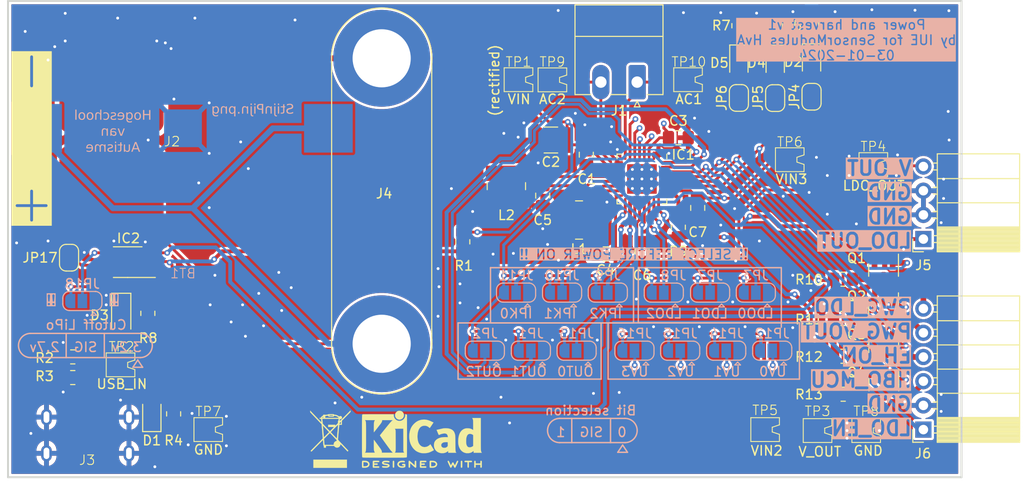
<source format=kicad_pcb>
(kicad_pcb (version 20221018) (generator pcbnew)
  (layers (0 "F.Cu" signal) (1 "In1.Cu" signal) (2 "In2.Cu" signal) (31 "B.Cu" signal) (34 "B.Paste" user) (35 "F.Paste" user) (36 "B.SilkS" user "B.Silkscreen") (37 "F.SilkS" user "F.Silkscreen") (38 "B.Mask" user) (39 "F.Mask" user) (44 "Edge.Cuts" user))
  (net 0 "")
  (net 1 "GND")
  (net 2 "Net-(IC1-VIN)")
  (net 3 "Net-(IC1-CAP)")
  (net 4 "VIN2")
  (net 5 "BAT_VCC_OUT")
  (net 6 "LDO_IN")
  (net 7 "LDO_OUT")
  (net 8 "VIN3")
  (net 9 "Net-(D1-K)")
  (net 10 "Net-(D1-A)")
  (net 11 "Net-(D2-K)")
  (net 12 "Net-(D2-A)")
  (net 13 "Net-(D3-K)")
  (net 14 "Net-(D4-K)")
  (net 15 "Net-(D4-A)")
  (net 16 "Net-(D5-K)")
  (net 17 "Net-(D5-A)")
  (net 18 "UV3")
  (net 19 "UV2")
  (net 20 "UV1")
  (net 21 "UV0")
  (net 22 "Net-(IC1-AC1)")
  (net 23 "Net-(IC1-AC2)")
  (net 24 "Net-(IC1-SW)")
  (net 25 "Net-(IC1-SWB)")
  (net 26 "Net-(IC1-SWA)")
  (net 27 "IPK0")
  (net 28 "IPK1")
  (net 29 "IPK2")
  (net 30 "LDO2")
  (net 31 "LDO1")
  (net 32 "LDO0")
  (net 33 "LDO_EN")
  (net 34 "PWG_LDO")
  (net 35 "PWG_VOUT")
  (net 36 "EH_ON")
  (net 37 "OUT0")
  (net 38 "OUT1")
  (net 39 "OUT2")
  (net 41 "HBO_MCU")
  (net 42 "Net-(IC2-LBSEL)")
  (net 43 "BAT_IN")
  (net 44 "Net-(J3-CC1)")
  (net 45 "Net-(J3-CC2)")
  (net 46 "Net-(IC1-PGLDO)")
  (net 47 "Net-(IC1-PGVOUT)")
  (net 48 "Net-(IC1-EH_ON)")
  (net 49 "HBO_MCU_LVS")
  (net 50 "Net-(J2-Pin_2)")
  (footprint "Capacitor_SMD:C_0805_2012Metric_Pad1.18x1.45mm_HandSolder" (layer "F.Cu") (at 130.68 52.554 180)
    (fp_text reference "C4")
    (fp_text value "4.7uF")
  )
  (footprint "Connector_PinSocket_2.54mm:PinSocket_1x04_P2.54mm_Horizontal" (layer "F.Cu") (at 164 51 180)
    (fp_text reference "J5")
    (fp_text value "Conn_01x04")
  )
  (footprint "Package_TO_SOT_SMD:SOT-23" (layer "F.Cu") (at 159.824 54.2535 -90)
    (fp_text reference "Q1")
    (fp_text value "BSS138")
  )
  (footprint "Capacitor_SMD:C_1210_3225Metric_Pad1.33x2.70mm_HandSolder" (layer "F.Cu") (at 124.9375 40.6 180)
    (fp_text reference "C2")
    (fp_text value "22uF 25V")
  )
  (footprint "Resistor_SMD:R_0805_2012Metric_Pad1.20x1.40mm_HandSolder" (layer "F.Cu") (at 155.572 63.302)
    (fp_text reference "R12")
    (fp_text value "10k")
  )
  (footprint "Jumper:SolderJumper-2_P1.3mm_Open_RoundedPad1.0x1.5mm" (layer "F.Cu") (at 144.65 36.1815 90)
    (fp_text reference "JP6")
    (fp_text value "SolderJumper_2_Open")
  )
  (footprint "testpoint_519x:Testpoint_519xTR" (layer "F.Cu") (at 139.316 35.266)
    (fp_text reference "TP10")
    (fp_text value "TestPoint")
  )
  (footprint "Resistor_SMD:R_0805_2012Metric_Pad1.20x1.40mm_HandSolder" (layer "F.Cu") (at 155.588 67.286)
    (fp_text reference "R13")
    (fp_text value "10k")
  )
  (footprint "Symbol:WEEE-Logo_4.2x6mm_SilkScreen" (layer "F.Cu") (at 101.8 72)
    (fp_text reference "REF**" hide)
    (fp_text value "WEEE-Logo_4.2x6mm_SilkScreen" hide)
  )
  (footprint "Capacitor_SMD:C_0805_2012Metric_Pad1.18x1.45mm_HandSolder" (layer "F.Cu") (at 124.076 46.4365 -90)
    (fp_text reference "C5")
    (fp_text value "22uF")
  )
  (footprint "Jumper:SolderJumper-2_P1.3mm_Open_RoundedPad1.0x1.5mm" (layer "F.Cu") (at 74.4 52.952 -90)
    (fp_text reference "JP17")
    (fp_text value "Jumper_2_Open")
  )
  (footprint "Package_TO_SOT_SMD:SOT-23" (layer "F.Cu") (at 159.851121 66.284835 -90)
    (fp_text reference "Q4")
    (fp_text value "BSS138")
  )
  (footprint "Jumper:SolderJumper-2_P1.3mm_Open_RoundedPad1.0x1.5mm" (layer "F.Cu") (at 152.27 36.0555 90)
    (fp_text reference "JP4")
    (fp_text value "SolderJumper_2_Open")
  )
  (footprint "LED_SMD:LED_0805_2012Metric_Pad1.15x1.40mm_HandSolder" (layer "F.Cu") (at 148.46 32.4995 -90)
    (fp_text reference "D4")
    (fp_text value "red")
  )
  (footprint "Inductor_SMD:L_Wuerth_WE-TPC-3816" (layer "F.Cu") (at 127.886 48.998 90)
    (fp_text reference "L1")
    (fp_text value "220uH")
  )
  (footprint "testpoint_519x:Testpoint_519xTR" (layer "F.Cu") (at 121.536 35.266)
    (fp_text reference "TP1")
    (fp_text value "TestPoint")
  )
  (footprint "testpoint_519x:Testpoint_519xTR" (layer "F.Cu") (at 89 72)
    (fp_text reference "TP7")
    (fp_text value "TestPoint")
  )
  (footprint "Symbol:KiCad-Logo2_5mm_SilkScreen" (layer "F.Cu") (at 111.4 72)
    (fp_text reference "REF**" hide)
    (fp_text value "KiCad-Logo2_5mm_SilkScreen" hide)
  )
  (footprint "testpoint_519x:Testpoint_519xTR" (layer "F.Cu") (at 158.75 44.18)
    (fp_text reference "TP4")
    (fp_text value "TestPoint")
  )
  (footprint "Capacitor_SMD:C_0805_2012Metric_Pad1.18x1.45mm_HandSolder" (layer "F.Cu") (at 128.648 42.14 -90)
    (fp_text reference "C1")
    (fp_text value "2.2uF")
  )
  (footprint "Resistor_SMD:R_0805_2012Metric_Pad1.20x1.40mm_HandSolder" (layer "F.Cu") (at 144.65 28.6 90)
    (fp_text reference "R7")
    (fp_text value "tbd")
  )
  (footprint "testpoint_519x:Testpoint_519xTR" (layer "F.Cu") (at 149.984 43.664)
    (fp_text reference "TP6")
    (fp_text value "TestPoint")
  )
  (footprint "Resistor_SMD:R_0805_2012Metric_Pad1.20x1.40mm_HandSolder" (layer "F.Cu") (at 74.79 65.538 180)
    (fp_text reference "R3")
    (fp_text value "5.1k")
  )
  (footprint "Resistor_SMD:R_0805_2012Metric_Pad1.20x1.40mm_HandSolder" (layer "F.Cu") (at 138.3 49.76 -90)
    (fp_text reference "R9")
    (fp_text value "10k")
  )
  (footprint "Package_DFN_QFN:QFN-32-1EP_5x5mm_P0.5mm_EP3.1x3.1mm_ThermalVias" (layer "F.Cu") (at 134.482 44.688 -90)
    (fp_text reference "IC1")
    (fp_text value "LTC3330")
  )
  (footprint "LED_SMD:LED_0805_2012Metric_Pad1.15x1.40mm_HandSolder" (layer "F.Cu") (at 152.27 32.3575 -90)
    (fp_text reference "D2")
    (fp_text value "red")
  )
  (footprint "Package_TO_SOT_SMD:SOT-23" (layer "F.Cu") (at 159.824 58.3175 -90)
    (fp_text reference "Q2")
    (fp_text value "BSS138")
  )
  (footprint "testpoint_519x:Testpoint_519xTR" (layer "F.Cu") (at 79.8 65.2)
    (fp_text reference "TP2")
    (fp_text value "TestPoint")
  )
  (footprint "LED_SMD:LED_0805_2012Metric_Pad1.15x1.40mm_HandSolder" (layer "F.Cu") (at 83.082 69.348 90)
    (fp_text reference "D1")
    (fp_text value "green")
  )
  (footprint "Resistor_SMD:R_0805_2012Metric_Pad1.20x1.40mm_HandSolder" (layer "F.Cu") (at 85.368 69.348 90)
    (fp_text reference "R4")
    (fp_text value "tbd")
  )
  (footprint "Connector:Banana_Jack_2Pin" (layer "F.Cu") (at 107.188 61.99 90)
    (fp_text reference "J4")
    (fp_text value "Conn_01x02_Socket")
  )
  (footprint "Package_TO_SOT_SMD:SOT-23" (layer "F.Cu") (at 159.8392 62.2568 -90)
    (fp_text reference "Q3")
    (fp_text value "BSS138")
  )
  (footprint "LED_SMD:LED_0805_2012Metric_Pad1.15x1.40mm_HandSolder" (layer "F.Cu") (at 144.65 32.4835 -90)
    (fp_text reference "D5")
    (fp_text value "red")
  )
  (footprint "Resistor_SMD:R_0805_2012Metric_Pad1.20x1.40mm_HandSolder" (layer "F.Cu") (at 152.27 28.5 90)
    (fp_text reference "R5")
    (fp_text value "tbd")
  )
  (footprint "Capacitor_SMD:C_0805_2012Metric_Pad1.18x1.45mm_HandSolder" (layer "F.Cu") (at 138.3 40.362 180)
    (fp_text reference "C3")
    (fp_text value "4.7uF")
  )
  (footprint "Package_SO:MSOP-8-1EP_3x3mm_P0.65mm_EP1.5x1.8mm" (layer "F.Cu") (at 80.5515 53.419 180)
    (fp_text reference "IC2")
    (fp_text value "LTC4071")
  )
  (footprint "Connector_Phoenix_MC:PhoenixContact_MC_1,5_2-G-3.81_1x02_P3.81mm_Horizontal" (layer "F.Cu") (at 133.982 34.52 180)
    (fp_text reference "J1")
    (fp_text value "Conn_01x02")
  )
  (footprint "Connector_PinSocket_2.54mm:PinSocket_1x06_P2.54mm_Horizontal" (layer "F.Cu") (at 164 71 180)
    (fp_text reference "J6")
    (fp_text value "Conn_01x06")
  )
  (footprint "Resistor_SMD:R_0805_2012Metric_Pad1.20x1.40mm_HandSolder" (layer "F.Cu") (at 115.694 51.284 -90)
    (fp_text reference "R1")
    (fp_text value "330k")
  )
  (footprint "Jumper:SolderJumper-2_P1.3mm_Open_RoundedPad1.0x1.5mm" (layer "F.Cu") (at 148.454 36.1975 90)
    (fp_text reference "JP5")
    (fp_text value "SolderJumper_2_Open")
  )
  (footprint "Diode_SMD:D_SMF" (layer "F.Cu") (at 79.87 59.048 -90)
    (fp_text reference "D3")
    (fp_text value "D_Schottky")
  )
  (footprint "Inductor_SMD:L_Wuerth_WE-TPC-3816" (layer "F.Cu") (at 120.266 45.442)
    (fp_text reference "L2")
    (fp_text value "22uH")
  )
  (footprint "Resistor_SMD:R_0805_2012Metric_Pad1.20x1.40mm_HandSolder" (layer "F.Cu") (at 82.664 58.794 90)
    (fp_text reference "R8")
    (fp_text value "R")
  )
  (footprint "testpoint_519x:Testpoint_519xTR" (layer "F.Cu") (at 125.092 35.282)
    (fp_text reference "TP9")
    (fp_text value "TestPoint")
  )
  (footprint "Capacitor_SMD:C_0805_2012Metric_Pad1.18x1.45mm_HandSolder" (layer "F.Cu") (at 140.332 47.728 -90)
    (fp_text reference "C7")
    (fp_text value "2.2uF")
  )
  (footprint "testpoint_519x:Battery_pad_solder" (layer "F.Cu") (at 86.474 40.506 90)
    (fp_text reference "J2")
    (fp_text value "Conn_01x02")
  )
  (footprint "Resistor_SMD:R_0805_2012Metric_Pad1.20x1.40mm_HandSolder" (layer "F.Cu") (at 74.79 63.366 180)
    (fp_text reference "R2")
    (fp_text value "5.1k")
  )
  (footprint "Resistor_SMD:R_0805_2012Metric_Pad1.20x1.40mm_HandSolder" (layer "F.Cu") (at 155.572 55.2115)
    (fp_text reference "R10")
    (fp_text value "10k")
  )
  (footprint "Resistor_SMD:R_0805_2012Metric_Pad1.20x1.40mm_HandSolder" (layer "F.Cu") (at 155.572 59.3335)
    (fp_text reference "R11")
    (fp_text value "10k")
  )
  (footprint "testpoint_519x:Testpoint_519xTR" (layer "F.Cu") (at 152.9 72.1)
    (fp_text reference "TP3")
    (fp_text value "TestPoint")
  )
  (footprint "Capacitor_SMD:C_0805_2012Metric_Pad1.18x1.45mm_HandSolder" (layer "F.Cu") (at 134.49 52.3 -90)
    (fp_text reference "C6")
    (fp_text value "22uF")
  )
  (footprint "testpoint_519x:Testpoint_519xTR" (layer "F.Cu") (at 158 72.1)
    (fp_text reference "TP8")
    (fp_text value "TestPoint")
  )
  (footprint "battery_clip:USB4125-GF-A-0190" (layer "F.Cu") (at 76.358 69.691)
    (fp_text reference "J3")
    (fp_text value "USB_C_Receptacle_PowerOnly_6P")
  )
  (footprint "Resistor_SMD:R_0805_2012Metric_Pad1.20x1.40mm_HandSolder" (layer "F.Cu") (at 148.46 28.6 90)
    (fp_text reference "R6")
    (fp_text value "tbd")
  )
  (footprint "testpoint_519x:Testpoint_519xTR" (layer "F.Cu") (at 147.4 72)
    (fp_text reference "TP5")
    (fp_text value "TestPoint")
  )
  (footprint "Jumper:SolderJumper-3_P1.3mm_Open_RoundedPad1.0x1.5mm" (layer "B.Cu") (at 133.698 62.714 180)
    (fp_text reference "JP16")
    (fp_text value "SolderJumper_3_Open")
  )
  (footprint "Jumper:SolderJumper-3_P1.3mm_Open_RoundedPad1.0x1.5mm" (layer "B.Cu") (at 141.632 56.618 180)
    (fp_text reference "JP7")
    (fp_text value "SolderJumper_3_Open")
  )
  (footprint "Jumper:SolderJumper-3_P1.3mm_Open_RoundedPad1.0x1.5mm" (layer "B.Cu") (at 127.632 62.714 180)
    (fp_text reference "JP13")
    (fp_text value "SolderJumper_3_Open")
  )
  (footprint "Jumper:SolderJumper-3_P1.3mm_Open_RoundedPad1.0x1.5mm" (layer "B.Cu") (at 138.494 62.714 180)
    (fp_text reference "JP15")
    (fp_text value "SolderJumper_3_Open")
  )
  (footprint "Jumper:SolderJumper-3_P1.3mm_Open_RoundedPad1.0x1.5mm" (layer "B.Cu") (at 146.428 56.618 180)
    (fp_text reference "JP3")
    (fp_text value "SolderJumper_3_Open")
  )
  (footprint "Jumper:SolderJumper-3_P1.3mm_Open_RoundedPad1.0x1.5mm" (layer "B.Cu") (at 143.32 62.714 180)
    (fp_text reference "JP14")
    (fp_text value "SolderJumper_3_Open")
  )
  (footprint "Jumper:SolderJumper-3_P1.3mm_Open_RoundedPad1.0x1.5mm" (layer "B.Cu") (at 118.01 62.714 180)
    (fp_text reference "JP2")
    (fp_text value "SolderJumper_3_Open")
  )
  (footprint "Jumper:SolderJumper-3_P1.3mm_Open_RoundedPad1.0x1.5mm" (layer "B.Cu") (at 136.776 56.618 180)
    (fp_text reference "JP8")
    (fp_text value "SolderJumper_3_Open")
  )
  (footprint "Jumper:SolderJumper-3_P1.3mm_Open_RoundedPad1.0x1.5mm" (layer "B.Cu") (at 122.836 62.714 180)
    (fp_text reference "JP1")
    (fp_text value "SolderJumper_3_Open")
  )
  (footprint "Jumper:SolderJumper-3_P1.3mm_Open_RoundedPad1.0x1.5mm" (layer "B.Cu") (at 121.282 56.618 180)
    (fp_text reference "JP11")
    (fp_text value "SolderJumper_3_Open")
  )
  (footprint "Jumper:SolderJumper-3_P1.3mm_Open_RoundedPad1.0x1.5mm" (layer "B.Cu") (at 75.8 57.5 180)
    (fp_text reference "JP18")
    (fp_text value "SolderJumper_3_Open")
  )
  (footprint "Jumper:SolderJumper-3_P1.3mm_Open_RoundedPad1.0x1.5mm" (layer "B.Cu") (at 148.146 62.714 180)
    (fp_text reference "JP12")
    (fp_text value "SolderJumper_3_Open")
  )
  (footprint "Jumper:SolderJumper-3_P1.3mm_Open_RoundedPad1.0x1.5mm" (layer "B.Cu") (at 126.108 56.618 180)
    (fp_text reference "JP10")
    (fp_text value "SolderJumper_3_Open")
  )
  (footprint "Jumper:SolderJumper-3_P1.3mm_Open_RoundedPad1.0x1.5mm" (layer "B.Cu") (at 130.904 56.618 180)
    (fp_text reference "JP9")
    (fp_text value "SolderJumper_3_Open")
  )
  (footprint "battery_clip:BC-2404" (layer "B.Cu") (at 86.35 39.37 180)
    (fp_text reference "BT1")
    (fp_text value "Battery_Cell")
  )
  (gr_line (start 81.608 63.694) (end 81.1 64.456) (stroke (width 0.15)) (layer "B.SilkS"))
  (gr_line (start 132.712 72.366) (end 125.854 72.366) (stroke (width 0.15)) (layer "B.SilkS"))
  (gr_line (start 118.6 59.8) (end 118.6 54) (stroke (width 0.15)) (layer "B.SilkS"))
  (gr_line (start 81.608 63.694) (end 82.116 64.456) (stroke (width 0.15)) (layer "B.SilkS"))
  (gr_arc (start 81.862 60.9) (mid 83.132 62.17) (end 81.862 63.44) (stroke (width 0.15)) (layer "B.SilkS"))
  (gr_line (start 132.712 69.826) (end 125.854 69.826) (stroke (width 0.15)) (layer "B.SilkS"))
  (gr_line (start 130.934 59.793) (end 151 59.793) (stroke (width 0.15)) (layer "B.SilkS"))
  (gr_line (start 127.124 69.826) (end 127.124 72.366) (stroke (width 0.15)) (layer "B.SilkS"))
  (gr_line (start 131.188 69.826) (end 131.188 72.366) (stroke (width 0.15)) (layer "B.SilkS"))
  (gr_line (start 81.862 60.9) (end 70.37 60.9) (stroke (width 0.15)) (layer "B.SilkS"))
  (gr_line (start 74.1 60.9) (end 74.1 63.44) (stroke (width 0.15)) (layer "B.SilkS"))
  (gr_line locked (start 132.966 73.382) (end 131.95 73.382) (stroke (width 0.15)) (layer "B.SilkS"))
  (gr_line (start 130.934 65.7) (end 130.934 59.793) (stroke (width 0.15)) (layer "B.SilkS"))
  (gr_line (start 130.2 65.7) (end 115.2 65.7) (stroke (width 0.15)) (layer "B.SilkS"))
  (gr_line (start 149.1 54) (end 134.1 54) (stroke (width 0.15)) (layer "B.SilkS"))
  (gr_line (start 130.2 59.8) (end 115.2 59.8) (stroke (width 0.15)) (layer "B.SilkS"))
  (gr_arc (start 132.712 69.826) (mid 133.982 71.096) (end 132.712 72.366) (stroke (width 0.15)) (layer "B.SilkS"))
  (gr_line (start 82.116 64.456) (end 81.1 64.456) (stroke (width 0.15)) (layer "B.SilkS"))
  (gr_line (start 134.1 59.775) (end 134.1 54) (stroke (width 0.15)) (layer "B.SilkS"))
  (gr_line (start 133.6 59.8) (end 118.6 59.8) (stroke (width 0.15)) (layer "B.SilkS"))
  (gr_line (start 81.862 63.44) (end 70.37 63.44) (stroke (width 0.15)) (layer "B.SilkS"))
  (gr_line (start 149.1 59.775) (end 134.1 59.775) (stroke (width 0.15)) (layer "B.SilkS"))
  (gr_line (start 151 65.7) (end 130.934 65.7) (stroke (width 0.15)) (layer "B.SilkS"))
  (gr_line locked (start 132.458 72.62) (end 132.966 73.382) (stroke (width 0.15)) (layer "B.SilkS"))
  (gr_line (start 133.6 59.8) (end 133.6 54) (stroke (width 0.15)) (layer "B.SilkS"))
  (gr_line (start 78.1 60.9) (end 78.1 63.44) (stroke (width 0.15)) (layer "B.SilkS"))
  (gr_line (start 115.2 65.7) (end 115.2 59.8) (stroke (width 0.15)) (layer "B.SilkS"))
  (gr_line (start 130.2 65.7) (end 130.2 59.8) (stroke (width 0.15)) (layer "B.SilkS"))
  (gr_line locked (start 132.458 72.62) (end 131.95 73.382) (stroke (width 0.15)) (layer "B.SilkS"))
  (gr_arc (start 125.854 72.366) (mid 124.584 71.096) (end 125.854 69.826) (stroke (width 0.15)) (layer "B.SilkS"))
  (gr_arc (start 70.37 63.44) (mid 69.1 62.17) (end 70.37 60.9) (stroke (width 0.15)) (layer "B.SilkS"))
  (gr_line (start 151 59.793) (end 151 65.7) (stroke (width 0.15)) (layer "B.SilkS"))
  (gr_line (start 133.6 54) (end 118.6 54) (stroke (width 0.15)) (layer "B.SilkS"))
  (gr_line (start 149.1 60.25) (end 149.1 54) (stroke (width 0.15)) (layer "B.SilkS"))
  (gr_line (start 168 26) (end 168 76) (stroke (width 0.2)) (layer "Edge.Cuts"))
  (gr_line (start 168 26) (end 68 26) (stroke (width 0.2)) (layer "Edge.Cuts"))
  (gr_line (start 68 26) (end 68 76) (stroke (width 0.2)) (layer "Edge.Cuts"))
  (gr_line (start 168 76) (end 68 76) (stroke (width 0.2)) (layer "Edge.Cuts"))
  (gr_text "Cutoff LiPo\n" (at 80.532 60.594) (layer "B.SilkS") (effects (font (size 1 1)) (justify left bottom mirror)))
  (gr_text "OUT0\n" (at 129.5 65.5) (layer "B.SilkS") (effects (font (size 1 1)) (justify left bottom mirror)))
  (gr_text "!!" (at 79.7 58) (layer "B.SilkS" knockout) (effects (font (size 1 1)) (justify left bottom mirror)))
  (gr_text "OUT2\n" (at 119.9 65.5) (layer "B.SilkS") (effects (font (size 1 1)) (justify left bottom mirror)))
  (gr_text "V_OUT" (at 162.941 44.45) (layer "B.SilkS" knockout) (effects (font (size 1.5 1.5) (thickness 0.3) bold) (justify left bottom mirror)))
  (gr_text "HBO_MCU\n" (at 162.941 66.675) (layer "B.SilkS" knockout) (effects (font (size 1.5 1.5) (thickness 0.3) bold) (justify left bottom mirror)))
  (gr_text "GND" (at 162.941 49.53) (layer "B.SilkS" knockout) (effects (font (size 1.5 1.5) (thickness 0.3) bold) (justify left bottom mirror)))
  (gr_text "Hogeschool\nvan\nAutisme" (at 79 42) (layer "B.SilkS") (effects (font (size 1 1)) (justify bottom mirror)))
  (gr_text "PWG_VOUT" (at 162.941 61.595) (layer "B.SilkS" knockout) (effects (font (size 1.5 1.5) (thickness 0.3) bold) (justify left bottom mirror)))
  (gr_text "PWG_LDO\n" (at 162.941 59.055) (layer "B.SilkS" knockout) (effects (font (size 1.5 1.5) (thickness 0.3) bold) (justify left bottom mirror)))
  (gr_text "IPK0\n" (at 123.1 59.4) (layer "B.SilkS") (effects (font (size 1 1)) (justify left bottom mirror)))
  (gr_text "Power and harvest v1\nby IUE for SensorModules HvA\n03-01-2024" (at 155.956 32.3088) (layer "B.SilkS" knockout) (effects (font (size 1 1)) (justify bottom mirror)))
  (gr_text "UV0\n" (at 149.73 65.5) (layer "B.SilkS") (effects (font (size 1 1)) (justify left bottom mirror)))
  (gr_text "UV2\n\n" (at 140.078 67.1) (layer "B.SilkS") (effects (font (size 1 1)) (justify left bottom mirror)))
  (gr_text "  0  SIG  1  \n" (at 134.49 71.858) (layer "B.SilkS") (effects (font (size 1 1)) (justify left bottom mirror)))
  (gr_text "LDO0\n\n" (at 148.4 61) (layer "B.SilkS") (effects (font (size 1 1)) (justify left bottom mirror)))
  (gr_text "EH_ON\n" (at 162.941 64.135) (layer "B.SilkS" knockout) (effects (font (size 1.5 1.5) (thickness 0.3) bold) (justify left bottom mirror)))
  (gr_text "IPK1\n" (at 127.7 59.4) (layer "B.SilkS") (effects (font (size 1 1)) (justify left bottom mirror)))
  (gr_text "GND" (at 162.941 46.99) (layer "B.SilkS" knockout) (effects (font (size 1.5 1.5) (thickness 0.3) bold) (justify left bottom mirror)))
  (gr_text "Bit selection" (at 133.982 69.572) (layer "B.SilkS") (effects (font (size 1 1)) (justify left bottom mirror)))
  (gr_text "LDO1\n" (at 143.6 59.4) (layer "B.SilkS") (effects (font (size 1 1)) (justify left bottom mirror)))
  (gr_text "GND" (at 162.941 69.215) (layer "B.SilkS" knockout) (effects (font (size 1.5 1.5) (thickness 0.3) bold) (justify left bottom mirror)))
  (gr_text "LDO_OUT\n" (at 162.941 52.07) (layer "B.SilkS" knockout) (effects (font (size 1.5 1.5) (thickness 0.3) bold) (justify left bottom mirror)))
  (gr_text "  3.2v  SIG  2.7v  \n" (at 83.64 62.932) (layer "B.SilkS") (effects (font (size 1 1)) (justify left bottom mirror)))
  (gr_text "!!" (at 73.1 58) (layer "B.SilkS" knockout) (effects (font (size 1 1)) (justify left bottom mirror)))
  (gr_text "UV1\n" (at 144.904 65.5) (layer "B.SilkS") (effects (font (size 1 1)) (justify left bottom mirror)))
  (gr_text "IPK2\n" (at 132.5 59.4) (layer "B.SilkS") (effects (font (size 1 1)) (justify left bottom mirror)))
  (gr_text "LDO2" (at 138.8 59.4) (layer "B.SilkS") (effects (font (size 1 1)) (justify left bottom mirror)))
  (gr_text "StijnPijn.png\n" (at 98 38) (layer "B.SilkS") (effects (font (size 1 1)) (justify left bottom mirror)))
  (gr_text "UV3\n" (at 135.252 65.5) (layer "B.SilkS") (effects (font (size 1 1)) (justify left bottom mirror)))
  (gr_text "OUT1\n" (at 124.6 65.5) (layer "B.SilkS") (effects (font (size 1 1)) (justify left bottom mirror)))
  (gr_text "!! SELECT BEFORE POWER ON !!" (at 145.7 53.2) (layer "B.SilkS" knockout) (effects (font (size 1 1)) (justify left bottom mirror)))
  (gr_text "LDO_EN\n" (at 162.941 71.755) (layer "B.SilkS" knockout) (effects (font (size 1.5 1.5) (thickness 0.3) bold) (justify left bottom mirror)))
  (gr_text "USB_IN\n" (at 77.2 66.8) (layer "F.SilkS") (effects (font (size 1 1)) (justify left bottom)))
  (gr_text "VIN\n" (at 121.6 36.9) (layer "F.SilkS") (effects (font (size 1 1)) (justify bottom)))
  (gr_text "LDO_OUT" (at 155.448 45.974) (layer "F.SilkS") (effects (font (size 1 1)) (justify left bottom)))
  (gr_text "AC2" (at 123.6 36.9) (layer "F.SilkS") (effects (font (size 1 1)) (justify left bottom)))
  (gr_text "VIN3\n" (at 148.4 45.3) (layer "F.SilkS") (effects (font (size 1 1)) (justify left bottom)))
  (gr_text "(rectified)" (at 119.6 38.2 90) (layer "F.SilkS") (effects (font (size 1 1)) (justify left bottom)))
  (gr_text "GND" (at 87.4 73.7) (layer "F.SilkS") (effects (font (size 1 1)) (justify left bottom)))
  (gr_text "AC1" (at 137.9 36.9) (layer "F.SilkS") (effects (font (size 1 1)) (justify left bottom)))
  (gr_text "VIN2" (at 145.8 73.804) (layer "F.SilkS") (effects (font (size 1 1)) (justify left bottom)))
  (gr_text "GND\n" (at 156.588 73.804) (layer "F.SilkS") (effects (font (size 1 1)) (justify left bottom)))
  (gr_text "V_OUT" (at 150.8 73.904) (layer "F.SilkS") (effects (font (size 1 1)) (justify left bottom)))
  (segment (start 136.2 41.4) (end 136.232 41.432) (width 0.4) (layer "F.Cu") (net 1))
  (segment (start 136.232 41.432) (end 136.232 42.2505) (width 0.4) (layer "F.Cu") (net 1))
  (segment (start 136.2 41.7825) (end 136.2 41.4) (width 0.4) (layer "F.Cu") (net 1))
  (segment (start 135.732 42.2505) (end 136.2 41.7825) (width 0.4) (layer "F.Cu") (net 1))
  (via (at 90.9 69.6) (size 0.6) (drill 0.3) (layers "F.Cu" "B.Cu") (net 1))
  (via (at 158.5976 26.924) (size 0.6) (drill 0.3) (layers "F.Cu" "B.Cu") (net 1))
  (via (at 131.9 41.5905) (size 0.6) (drill 0.3) (layers "F.Cu" "B.Cu") (net 1))
  (via (at 89.7 54.8) (size 0.6) (drill 0.3) (layers "F.Cu" "B.Cu") (net 1))
  (via (at 131.2 40.8) (size 0.6) (drill 0.3) (layers "F.Cu" "B.Cu") (net 1))
  (via (at 73.787 67.056) (size 0.6) (drill 0.3) (layers "F.Cu" "B.Cu") (net 1))
  (via (at 119.7 67.6) (size 0.6) (drill 0.3) (layers "F.Cu" "B.Cu") (net 1))
  (via (at 166.116 44.704) (size 0.6) (drill 0.3) (layers "F.Cu" "B.Cu") (net 1))
  (via (at 153.6 57.8) (size 0.6) (drill 0.3) (layers "F.Cu" "B.Cu") (net 1))
  (via (at 152.2 56.4) (size 0.6) (drill 0.3) (layers "F.Cu" "B.Cu") (net 1))
  (via (at 150.3 60.3) (size 0.6) (drill 0.3) (layers "F.Cu" "B.Cu") (net 1))
  (via (at 129.8 61.6) (size 0.6) (drill 0.3) (layers "F.Cu" "B.Cu") (net 1))
  (via (at 162.052 68.072) (size 0.6) (drill 0.3) (layers "F.Cu" "B.Cu") (net 1))
  (via (at 154.7368 27.1272) (size 0.6) (drill 0.3) (layers "F.Cu" "B.Cu") (net 1))
  (via (at 79.8 67.9) (size 0.6) (drill 0.3) (layers "F.Cu" "B.Cu") (net 1))
  (via (at 83.4 74.9) (size 0.6) (drill 0.3) (layers "F.Cu" "B.Cu") (net 1))
  (via (at 86.9 72.6) (size 0.6) (drill 0.3) (layers "F.Cu" "B.Cu") (net 1))
  (via (at 94.8 60.1) (size 0.6) (drill 0.3) (layers "F.Cu" "B.Cu") (net 1))
  (via (at 123.6 43) (size 0.6) (drill 0.3) (layers "F.Cu" "B.Cu") (net 1))
  (via (at 124.079 49.911) (size 0.6) (drill 0.3) (layers "F.Cu" "B.Cu") (net 1))
  (via (at 139.3 57.6) (size 0.6) (drill 0.3) (layers "F.Cu" "B.Cu") (net 1))
  (via (at 116.726868 48.105026) (size 0.6) (drill 0.3) (layers "F.Cu" "B.Cu") (net 1))
  (via (at 76.3 59) (size 0.6) (drill 0.3) (layers "F.Cu" "B.Cu") (net 1))
  (via (at 140 38.3) (size 0.6) (drill 0.3) (layers "F.Cu" "B.Cu") (net 1))
  (via (at 144 57.6) (size 0.6) (drill 0.3) (layers "F.Cu" "B.Cu") (net 1))
  (via (at 78.3 56.9) (size 0.6) (drill 0.3) (layers "F.Cu" "B.Cu") (net 1))
  (via (at 79.1 51.2) (size 0.6) (drill 0.3) (layers "F.Cu" "B.Cu") (net 1))
  (via (at 125.73 53.213) (size 0.6) (drill 0.3) (layers "F.Cu" "B.Cu") (net 1))
  (via (at 87.6 27.8) (size 0.6) (drill 0.3) (layers "F.Cu" "B.Cu") (net 1))
  (via (at 78.3 57.9) (size 0.6) (drill 0.3) (layers "F.Cu" "B.Cu") (net 1))
  (via (at 96.4 54.5) (size 0.6) (drill 0.3) (layers "F.Cu" "B.Cu") (net 1))
  (via (at 121 52.5) (size 0.6) (drill 0.3) (layers "F.Cu" "B.Cu") (net 1))
  (via (at 165.862 49.276) (size 0.6) (drill 0.3) (layers "F.Cu" "B.Cu") (net 1))
  (via (at 89.1 42) (size 0.6) (drill 0.3) (layers "F.Cu" "B.Cu") (net 1))
  (via (at 118.872 52.578) (size 0.6) (drill 0.3) (layers "F.Cu" "B.Cu") (net 1))
  (via (at 74 30.2) (size 0.6) (drill 0.3) (layers "F.Cu" "B.Cu") (net 1))
  (via (at 89.1 47.7) (size 0.6) (drill 0.3) (layers "F.Cu" "B.Cu") (net 1))
  (via (at 115.4 57.7) (size 0.6) (drill 0.3) (layers "F.Cu" "B.Cu") (net 1))
  (via (at 152.019 46.101) (size 0.6) (drill 0.3) (layers "F.Cu" "B.Cu") (net 1))
  (via (at 155.988 71.104) (size 0.6) (drill 0.3) (layers "F.Cu" "B.Cu") (net 1))
  (via (at 130.81 47.117) (size 0.6) (drill 0.3) (layers "F.Cu" "B.Cu") (net 1))
  (via (at 142.748 27.2288) (size 0.6) (drill 0.3) (layers "F.Cu" "B.Cu") (net 1))
  (via (at 124.587 51.562) (size 0.6) (drill 0.3) (layers "F.Cu" "B.Cu") (net 1))
  (via (at 92.9 61.2) (size 0.6) (drill 0.3) (layers "F.Cu" "B.Cu") (net 1))
  (via (at 153.924 48.387) (size 0.6) (drill 0.3) (layers "F.Cu" "B.Cu") (net 1))
  (via (at 105.1 67.6) (size 0.6) (drill 0.3) (layers "F.Cu" "B.Cu") (net 1))
  (via (at 96.7 58.5) (size 0.6) (drill 0.3) (layers "F.Cu" "B.Cu") (net 1))
  (via (at 131.3 39.2) (size 0.6) (drill 0.3) (layers "F.Cu" "B.Cu") (net 1))
  (via (at 149.8 57.6) (size 0.6) (drill 0.3) (layers "F.Cu" "B.Cu") (net 1))
  (via (at 85.4 36.3) (size 0.6) (drill 0.3) (layers "F.Cu" "B.Cu") (net 1))
  (via (at 113.1 59.1) (size 0.6) (drill 0.3) (layers "F.Cu" "B.Cu") (net 1))
  (via (at 85.1 31) (size 0.6) (drill 0.3) (layers "F.Cu" "B.Cu") (net 1))
  (via (at 122.1 38.8) (size 0.6) (drill 0.3) (layers "F.Cu" "B.Cu") (net 1))
  (via (at 153.924 44.323) (size 0.6) (drill 0.3) (layers "F.Cu" "B.Cu") (net 1))
  (via (at 82.4 51.3) (size 0.6) (drill 0.3) (layers "F.Cu" "B.Cu") (net 1))
  (via (at 90.9 72.7) (size 0.6) (drill 0.3) (layers "F.Cu" "B.Cu") (net 1))
  (via (at 135.7 60.2) (size 0.6) (drill 0.3) (layers "F.Cu" "B.Cu") (net 1))
  (via (at 70.4 71.4) (size 0.6) (drill 0.3) (layers "F.Cu" "B.Cu") (net 1))
  (via (at 121.5 40.3) (size 0.6) (drill 0.3) (layers "F.Cu" "B.Cu") (net 1))
  (via (at 98.1 28) (size 0.6) (drill 0.3) (layers "F.Cu" "B.Cu") (net 1))
  (via (at 140.843 51.689) (size 0.6) (drill 0.3) (layers "F.Cu" "B.Cu") (net 1))
  (via (at 92.4 40.8) (size 0.6) (drill 0.3) (layers "F.Cu" "B.Cu") (net 1))
  (via (at 97.7 56.1) (size 0.6) (drill 0.3) (layers "F.Cu" "B.Cu") (net 1))
  (via (at 89.2 57.9) (size 0.6) (drill 0.3) (layers "F.Cu" "B.Cu") (net 1))
  (via (at 145.3 60.2) (size 0.6) (drill 0.3) (layers "F.Cu" "B.Cu") (net 1))
  (via (at 129.4 67.2) (size 0.6) (drill 0.3) (layers "F.Cu" "B.Cu") (net 1))
  (via (at 150.3 54.8) (size 0.6) (drill 0.3) (layers "F.Cu" "B.Cu") (net 1))
  (via (at 92.6 57.9) (size 0.6) (drill 0.3) (layers "F.Cu" "B.Cu") (net 1))
  (via (at 165.862 67.31) (size 0.6) (drill 0.3) (layers "F.Cu" "B.Cu") (net 1))
  (via (at 120 39.9) (size 0.6) (drill 0.3) (layers "F.Cu" "B.Cu") (net 1))
  (via (at 76 52.4) (size 0.6) (drill 0.3) (layers "F.Cu" "B.Cu") (net 1))
  (via (at 118.2 59.4) (size 0.6) (drill 0.3) (layers "F.Cu" "B.Cu") (net 1))
  (via (at 140.5 60.2) (size 0.6) (drill 0.3) (layers "F.Cu" "B.Cu") (net 1))
  (via (at 144.313357 53.285824) (size 0.6) (drill 0.3) (layers "F.Cu" "B.Cu") (net 1))
  (via (at 69.8 29.2) (size 0.6) (drill 0.3) (layers "F.Cu" "B.Cu") (net 1))
  (via (at 72.2 51.2) (size 0.6) (drill 0.3) (layers "F.Cu" "B.Cu") (net 1))
  (via (at 133.9 57.3) (size 0.6) (drill 0.3) (layers "F.Cu" "B.Cu") (net 1))
  (via (at 72.2 32.2) (size 0.6) (drill 0.3) (layers "F.Cu" "B.Cu") (net 1))
  (via (at 146.8 51.2) (size 0.6) (drill 0.3) (layers "F.Cu" "B.Cu") (net 1))
  (via (at 113.1 54.1) (size 0.6) (drill 0.3) (layers "F.Cu" "B.Cu") (net 1))
  (via (at 149.3 46.5) (size 0.6) (drill 0.3) (layers "F.Cu" "B.Cu") (net 1))
  (via (at 155.988 70.304) (size 0.6) (drill 0.3) (layers "F.Cu" "B.Cu") (net 1))
  (via (at 87.3 69.3) (size 0.6) (drill 0.3) (layers "F.Cu" "B.Cu") (net 1))
  (via (at 68.9 51.4) (size 0.6) (drill 0.3) (layers "F.Cu" "B.Cu") (net 1))
  (via (at 79.5 27.8) (size 0.6) (drill 0.3) (layers "F.Cu" "B.Cu") (net 1))
  (via (at 159.388 71.104) (size 0.6) (drill 0.3) (layers "F.Cu" "B.Cu") (net 1))
  (via (at 166.116 46.736) (size 0.6) (drill 0.3) (layers "F.Cu" "B.Cu") (net 1))
  (via (at 166.7 40.6) (size 0.6) (drill 0.3) (layers "F.Cu" "B.Cu") (net 1))
  (via (at 127.5 37.8) (size 0.6) (drill 0.3) (layers "F.Cu" "B.Cu") (net 1))
  (via (at 72.9 30.8) (size 0.6) (drill 0.3) (layers "F.Cu" "B.Cu") (net 1))
  (via (at 74 27.3) (size 0.6) (drill 0.3) (layers "F.Cu" "B.Cu") (net 1))
  (via (at 94.3 56.7) (size 0.6) (drill 0.3) (layers "F.Cu" "B.Cu") (net 1))
  (via (at 113.2 56) (size 0.6) (drill 0.3) (layers "F.Cu" "B.Cu") (net 1))
  (via (at 155.988 71.904) (size 0.6) (drill 0.3) (layers "F.Cu" "B.Cu") (net 1))
  (via (at 89.1 36.7) (size 0.6) (drill 0.3) (layers "F.Cu" "B.Cu") (net 1))
  (via (at 166.6748 27.0256) (size 0.6) (drill 0.3) (layers "F.Cu" "B.Cu") (net 1))
  (via (at 141.5 39.7) (size 0.6) (drill 0.3) (layers "F.Cu" "B.Cu") (net 1))
  (via (at 156.972 49.403) (size 0.6) (drill 0.3) (layers "F.Cu" "B.Cu") (net 1))
  (via (at 165.862 69.088) (size 0.6) (drill 0.3) (layers "F.Cu" "B.Cu") (net 1))
  (via (at 88 45.1) (size 0.6) (drill 0.3) (layers "F.Cu" "B.Cu") (net 1))
  (via (at 120.2 61.6) (size 0.6) (drill 0.3) (layers "F.Cu" "B.Cu") (net 1))
  (via (at 161.163 44.323) (size 0.6) (drill 0.3) (layers "F.Cu" "B.Cu") (net 1))
  (via (at 83.6 30.2) (size 0.6) (drill 0.3) (layers "F.Cu" "B.Cu") (net 1))
  (via (at 125.1 61.6) (size 0.6) (drill 0.3) (layers "F.Cu" "B.Cu") (net 1))
  (via (at 73.787 61.849) (size 0.6) (drill 0.3) (layers "F.Cu" "B.Cu") (net 1))
  (via (at 161.925 52.07) (size 0.6) (drill 0.3) (layers "F.Cu" "B.Cu") (net 1))
  (via (at 120.6 70.3) (size 0.6) (drill 0.3) (layers "F.Cu" "B.Cu") (net 1))
  (via (at 163.1188 26.9748) (size 0.6) (drill 0.3) (layers "F.Cu" "B.Cu") (net 1))
  (via (at 91.4 59.7) (size 0.6) (drill 0.3) (layers "F.Cu" "B.Cu") (net 1))
  (via (at 137.3 42) (size 0.6) (drill 0.3) (layers "F.Cu" "B.Cu") (net 1))
  (via (at 115.4 55.7) (size 0.6) (drill 0.3) (layers "F.Cu" "B.Cu") (net 1))
  (via (at 125.7 27) (size 0.6) (drill 0.3) (layers "F.Cu" "B.Cu") (net 1))
  (via (at 82.7 40.6) (size 0.6) (drill 0.3) (layers "F.Cu" "B.Cu") (net 1))
  (via (at 146.5072 27.2796) (size 0.6) (drill 0.3) (layers "F.Cu" "B.Cu") (net 1))
  (via (at 144.2 47.8) (size 0.6) (drill 0.3) (layers "F.Cu" "B.Cu") (net 1))
  (via (at 114.5 45.7) (size 0.6) (drill 0.3) (layers "F.Cu" "B.Cu") (net 1))
  (via (at 166.6 37.6) (size 0.6) (drill 0.3) (layers "F.Cu" "B.Cu") (net 1))
  (via (at 161.29 42.164) (size 0.6) (drill 0.3) (layers "F.Cu" "B.Cu") (net 1))
  (via (at 102.3 68.2) (size 0.6) (drill 0.3) (layers "F.Cu" "B.Cu") (net 1))
  (via (at 117.3 58.2) (size 0.6) (drill 0.3) (layers "F.Cu" "B.Cu") (net 1))
  (via (at 93.2 43.6) (size 0.6) (drill 0.3) (layers "F.Cu" "B.Cu") (net 1))
  (via (at 84.5 30.4) (size 0.6) (drill 0.3) (layers "F.Cu" "B.Cu") (net 1))
  (via (at 156.21 42.291) (size 0.6) (drill 0.3) (layers "F.Cu" "B.Cu") (net 1))
  (via (at 156.21 44.323) (size 0.6) (drill 0.3) (layers "F.Cu" "B.Cu") (net 1))
  (via (at 142.748 49.53) (size 0.6) (drill 0.3) (layers "F.Cu" "B.Cu") (net 1))
  (via (at 152.781 42.418) (size 0.6) (drill 0.3) (layers "F.Cu" "B.Cu") (net 1))
  (via (at 150.3172 27.1272) (size 0.6) (drill 0.3) (layers "F.Cu" "B.Cu") (net 1))
  (via (at 132.1 67.1) (size 0.6) (drill 0.3) (layers "F.Cu" "B.Cu") (net 1))
  (via (at 138.8364 27.2288) (size 0.6) (drill 0.3) (layers "F.Cu" "B.Cu") (net 1))
  (via (at 128.5 39) (size 0.6) (drill 0.3) (layers "F.Cu" "B.Cu") (net 1))
  (segment (start 121.536 35.536) (end 121.536 34.266) (width 0.3) (layer "F.Cu") (net 2))
  (segment (start 132.0445 43.438) (end 130.9835 43.438) (width 0.3) (layer "F.Cu") (net 2))
  (segment (start 115.71 50.268) (end 115.694 50.284) (width 0.3) (layer "F.Cu") (net 2))
  (segment (start 126.7 38.7) (end 126.6375 38.7625) (width 0.3) (layer "F.Cu") (net 2))
  (segment (start 117.218 50.268) (end 115.71 50.268) (width 0.3) (layer "F.Cu") (net 2))
  (segment (start 124.7 38.7) (end 121.536 35.536) (width 0.3) (layer "F.Cu") (net 2))
  (segment (start 126.659 41.1025) (end 128.648 41.1025) (width 0.3) (layer "F.Cu") (net 2))
  (segment (start 126.7 38.7) (end 124.7 38.7) (width 0.3) (layer "F.Cu") (net 2))
  (segment (start 126.6375 41.124) (end 126.659 41.1025) (width 0.3) (layer "F.Cu") (net 2))
  (segment (start 126.6375 38.7625) (end 126.6375 41.124) (width 0.3) (layer "F.Cu") (net 2))
  (segment (start 130.9835 43.438) (end 128.648 41.1025) (width 0.3) (layer "F.Cu") (net 2))
  (via (at 126.7 38.7) (size 0.6) (drill 0.3) (layers "F.Cu" "B.Cu") (net 2))
  (via (at 117.218 50.268) (size 0.6) (drill 0.3) (layers "F.Cu" "B.Cu") (net 2))
  (segment (start 127.124 39.124) (end 127.124 43.776) (width 0.3) (layer "B.Cu") (net 2))
  (segment (start 127.124 43.776) (end 120.632 50.268) (width 0.3) (layer "B.Cu") (net 2))
  (segment (start 120.632 50.268) (end 117.218 50.268) (width 0.3) (layer "B.Cu") (net 2))
  (segment (start 126.7 38.7) (end 127.124 39.124) (width 0.3) (layer "B.Cu") (net 2))
  (segment (start 117.218 50.268) (end 117.246843 50.239157) (width 0.3) (layer "B.Cu") (net 2))
  (segment (start 132.0445 43.938) (end 129.4085 43.938) (width 0.3) (layer "F.Cu") (net 3))
  (segment (start 129.4085 43.938) (end 128.648 43.1775) (width 0.3) (layer "F.Cu") (net 3))
  (segment (start 147.3 61.3) (end 147.3 70.9) (width 0.4) (layer "F.Cu") (net 4))
  (segment (start 132.458 60.936) (end 137.284 60.936) (width 0.3) (layer "F.Cu") (net 4))
  (segment (start 137.2625 39.8325) (end 137.2625 40.362) (width 0.3) (layer "F.Cu") (net 4))
  (segment (start 137.284 60.936) (end 142.11 60.936) (width 0.3) (layer "F.Cu") (net 4))
  (segment (start 136.776 38.862) (end 136.776 39.346) (width 0.3) (layer "F.Cu") (net 4))
  (segment (start 147.3 70.9) (end 147.4 71) (width 0.4) (layer "F.Cu") (net 4))
  (segment (start 142.11 60.936) (end 146.936 60.936) (width 0.3) (layer "F.Cu") (net 4))
  (segment (start 136.776 39.346) (end 137.2625 39.8325) (width 0.3) (layer "F.Cu") (net 4))
  (segment (start 136.3485 40.362) (end 137.0085 40.362) (width 0.3) (layer "F.Cu") (net 4))
  (segment (start 146.936 60.936) (end 147.3 61.3) (width 0.4) (layer "F.Cu") (net 4))
  (segment (start 135.232 42.2505) (end 135.232 41.4785) (width 0.3) (layer "F.Cu") (net 4))
  (segment (start 135.232 41.4785) (end 136.3485 40.362) (width 0.3) (layer "F.Cu") (net 4))
  (via (at 142.11 60.936) (size 0.6) (drill 0.3) (layers "F.Cu" "B.Cu") (net 4))
  (via (at 136.776 38.862) (size 0.6) (drill 0.3) (layers "F.Cu" "B.Cu") (net 4))
  (via (at 132.458 60.936) (size 0.6) (drill 0.3) (layers "F.Cu" "B.Cu") (net 4))
  (via (at 137.284 60.936) (size 0.6) (drill 0.3) (layers "F.Cu" "B.Cu") (net 4))
  (via (at 146.936 60.936) (size 0.6) (drill 0.3) (layers "F.Cu" "B.Cu") (net 4))
  (segment (start 137.284 60.936) (end 137.284 62.624) (width 0.3) (layer "B.Cu") (net 4))
  (segment (start 132.458 62.654) (end 132.398 62.714) (width 0.3) (layer "B.Cu") (net 4))
  (segment (start 142.11 60.936) (end 142.11 62.624) (width 0.3) (layer "B.Cu") (net 4))
  (segment (start 146.936 60.936) (end 146.936 62.624) (width 0.3) (layer "B.Cu") (net 4))
  (segment (start 142.11 62.624) (end 142.02 62.714) (width 0.3) (layer "B.Cu") (net 4))
  (segment (start 146.936 62.624) (end 146.846 62.714) (width 0.3) (layer "B.Cu") (net 4))
  (segment (start 137.284 62.624) (end 137.194 62.714) (width 0.3) (layer "B.Cu") (net 4))
  (segment (start 132.458 60.936) (end 132.458 62.654) (width 0.3) (layer "B.Cu") (net 4))
  (segment (start 78.439 54.394) (end 78.439 54.569) (width 0.3) (layer "F.Cu") (net 5))
  (segment (start 83.9865 53.361) (end 84.851 53.361) (width 0.3) (layer "F.Cu") (net 5))
  (segment (start 79.87 56) (end 81.394 56) (width 0.3) (layer "F.Cu") (net 5))
  (segment (start 81.394 56) (end 82.664 57.27) (width 0.3) (layer "F.Cu") (net 5))
  (segment (start 131.7175 46.765) (end 131.7175 52.554) (width 0.3) (layer "F.Cu") (net 5))
  (segment (start 83.9865 53.361) (end 83.6035 53.744) (width 0.3) (layer "F.Cu") (net 5))
  (segment (start 132.0445 46.438) (end 131.7175 46.765) (width 0.3) (layer "F.Cu") (net 5))
  (segment (start 83.6035 53.744) (end 82.664 53.744) (width 0.3) (layer "F.Cu") (net 5))
  (segment (start 83.7195 53.094) (end 82.664 53.094) (width 0.3) (layer "F.Cu") (net 5))
  (segment (start 78.439 54.569) (end 79.87 56) (width 0.3) (layer "F.Cu") (net 5))
  (segment (start 131.7175 53.5485) (end 131.7175 52.554) (width 0.4) (layer "F.Cu") (net 5))
  (segment (start 90.464 52.284) (end 115.694 52.284) (width 0.4) (layer "F.Cu") (net 5))
  (segment (start 115.694 52.284) (end 116.44 52.284) (width 0.4) (layer "F.Cu") (net 5))
  (segment (start 83.9865 53.361) (end 83.7195 53.094) (width 0.3) (layer "F.Cu") (net 5))
  (segment (start 85.204 54.73) (end 82.664 57.27) (width 0.3) (layer "F.Cu") (net 5))
  (segment (start 82.664 57.27) (end 82.664 57.794) (width 0.3) (layer "F.Cu") (net 5))
  (segment (start 116.44 52.284) (end 118.234 54.078) (width 0.4) (layer "F.Cu") (net 5))
  (segment (start 118.234 54.078) (end 131.188 54.078) (width 0.4) (layer "F.Cu") (net 5))
  (segment (start 84.95 53.46) (end 85.204 53.714) (width 0.3) (layer "F.Cu") (net 5))
  (segment (start 85.204 53.714) (end 85.204 54.73) (width 0.3) (layer "F.Cu") (net 5))
  (segment (start 89.624 53.124) (end 90.464 52.284) (width 0.4) (layer "F.Cu") (net 5))
  (segment (start 131.188 54.078) (end 131.7175 53.5485) (width 0.4) (layer "F.Cu") (net 5))
  (segment (start 81.394 56) (end 74.6 56) (width 0.3) (layer "F.Cu") (net 5))
  (segment (start 84.851 53.361) (end 84.95 53.46) (width 0.3) (layer "F.Cu") (net 5))
  (via (at 74.6 56) (size 0.6) (drill 0.3) (layers "F.Cu" "B.Cu") (net 5))
  (via (at 84.95 53.46) (size 0.6) (drill 0.3) (layers "F.Cu" "B.Cu") (net 5))
  (via (at 89.624 53.124) (size 0.6) (drill 0.3) (layers "F.Cu" "B.Cu") (net 5))
  (segment (start 74.6 56) (end 74.6 57.4) (width 0.3) (layer "B.Cu") (net 5))
  (segment (start 85.07 53.34) (end 84.95 53.46) (width 0.4) (layer "B.Cu") (net 5))
  (segment (start 89.408 53.34) (end 85.07 53.34) (width 0.4) (layer "B.Cu") (net 5))
  (segment (start 89.624 53.124) (end 89.408 53.34) (width 0.4) (layer "B.Cu") (net 5))
  (segment (start 74.6 57.4) (end 74.5 57.5) (width 0.3) (layer "B.Cu") (net 5))
  (segment (start 148.844 49.657) (end 152.146 49.657) (width 0.4) (layer "F.Cu") (net 6))
  (segment (start 154.776 63.236) (end 154.842 63.302) (width 0.6) (layer "F.Cu") (net 6))
  (segment (start 129.152556 44.9875) (end 129.202056 44.938) (width 0.3) (layer "F.Cu") (net 6))
  (segment (start 152.9 68.274) (end 153.888 67.286) (width 0.8) (layer "F.Cu") (net 6))
  (segment (start 140.332 55.094) (end 145.158 55.094) (width 0.3) (layer "F.Cu") (net 6))
  (segment (start 145.805 48.605) (end 145.841 48.641) (width 0.4) (layer "F.Cu") (net 6))
  (segment (start 152.9 71.1) (end 152.9 68.278) (width 0.8) (layer "F.Cu") (net 6))
  (segment (start 121.31 47.192) (end 120.266 47.192) (width 0.3) (layer "F.Cu") (net 6))
  (segment (start 147.828 48.641) (end 148.844 49.657) (width 0.4) (layer "F.Cu") (net 6))
  (segment (start 154.556 63.588) (end 154.842 63.302) (width 0.6) (layer "F.Cu") (net 6))
  (segment (start 134.732 49.264) (end 134.732 47.1255) (width 0.3) (layer "F.Cu") (net 6))
  (segment (start 153.032 55.348) (end 154.4355 55.348) (width 0.3) (layer "F.Cu") (net 6))
  (segment (start 135.506 55.094) (end 140.332 55.094) (width 0.3) (layer "F.Cu") (net 6))
  (segment (start 154.4355 55.348) (end 154.572 55.2115) (width 0.3) (layer "F.Cu") (net 6))
  (segment (start 134.49 49.506) (end 134.732 49.264) (width 0.3) (layer "F.Cu") (net 6))
  (segment (start 129.202056 44.938) (end 132.0445 44.938) (width 0.3) (layer "F.Cu") (net 6))
  (segment (start 153.888 67.286) (end 154.588 67.286) (width 0.8) (layer "F.Cu") (net 6))
  (segment (start 154.588 55.2275) (end 154.572 55.2115) (width 0.6) (layer "F.Cu") (net 6))
  (segment (start 154.588 67.286) (end 154.556 67.254) (width 0.6) (layer "F.Cu") (net 6))
  (segment (start 123.103 45.399) (end 121.31 47.192) (width 0.3) (layer "F.Cu") (net 6))
  (segment (start 152.146 49.657) (end 153.489 51) (width 0.4) (layer "F.Cu") (net 6))
  (segment (start 129.152556 44.9875) (end 128.741056 45.399) (width 0.3) (layer "F.Cu") (net 6))
  (segment (start 154.588 67.286) (end 154.588 55.2275) (width 0.6) (layer "F.Cu") (net 6))
  (segment (start 145.841 48.641) (end 147.828 48.641) (width 0.4) (layer "F.Cu") (net 6))
  (segment (start 128.741056 45.399) (end 123.103 45.399) (width 0.3) (layer "F.Cu") (net 6))
  (segment (start 153.489 51) (end 164 51) (width 0.4) (layer "F.Cu") (net 6))
  (via (at 129.152556 44.9875) (size 0.6) (drill 0.3) (layers "F.Cu" "B.Cu") (net 6))
  (via (at 153.032 55.348) (size 0.6) (drill 0.3) (layers "F.Cu" "B.Cu") (net 6))
  (via (at 145.805 48.605) (size 0.6) (drill 0.3) (layers "F.Cu" "B.Cu") (net 6))
  (via (at 134.49 49.506) (size 0.6) (drill 0.3) (layers "F.Cu" "B.Cu") (net 6))
  (via (at 135.506 55.094) (size 0.6) (drill 0.3) (layers "F.Cu" "B.Cu") (net 6))
  (via (at 140.332 55.094) (size 0.6) (drill 0.3) (layers "F.Cu" "B.Cu") (net 6))
  (via (at 145.158 55.094) (size 0.6) (drill 0.3) (layers "F.Cu" "B.Cu") (net 6))
  (segment (start 135.506 55.094) (end 135.506 56.588) (width 0.3) (layer "B.Cu") (net 6))
  (segment (start 130.426 44.934) (end 134.49 48.998) (width 0.3) (layer "B.Cu") (net 6))
  (segment (start 140.798 46.162) (end 144.142 49.506) (width 0.3) (layer "B.Cu") (net 6))
  (segment (start 134.49 48.39) (end 135.763 47.117) (width 0.3) (layer "B.Cu") (net 6))
  (segment (start 134.49 48.998) (end 134.49 49.506) (width 0.3) (layer "B.Cu") (net 6))
  (segment (start 129.206056 44.934) (end 130.426 44.934) (width 0.3) (layer "B.Cu") (net 6))
  (segment (start 138.877 46.162) (end 140.798 46.162) (width 0.3) (layer "B.Cu") (net 6))
  (segment (start 134.49 49.506) (end 134.49 48.39) (width 0.3) (layer "B.Cu") (net 6))
  (segment (start 145.158 56.588) (end 145.128 56.618) (width 0.3) (layer "B.Cu") (net 6))
  (segment (start 147.106 49.506) (end 152.948 55.348) (width 0.3) (layer "B.Cu") (net 6))
  (segment (start 144.904 49.506) (end 144.142 49.506) (width 0.4) (layer "B.Cu") (net 6))
  (segment (start 137.922 47.117) (end 138.877 46.162) (width 0.3) (layer "B.Cu") (net 6))
  (segment (start 152.948 55.348) (end 153.032 55.348) (width 0.3) (layer "B.Cu") (net 6))
  (segment (start 134.49 54.078) (end 135.506 55.094) (width 0.3) (layer "B.Cu") (net 6))
  (segment (start 144.142 49.506) (end 147.106 49.506) (width 0.3) (layer "B.Cu") (net 6))
  (segment (start 134.49 49.506) (end 134.49 54.078) (width 0.3) (layer "B.Cu") (net 6))
  (segment (start 129.152556 44.9875) (end 129.206056 44.934) (width 0.3) (layer "B.Cu") (net 6))
  (segment (start 145.158 55.094) (end 145.158 56.588) (width 0.3) (layer "B.Cu") (net 6))
  (segment (start 135.763 47.117) (end 137.922 47.117) (width 0.3) (layer "B.Cu") (net 6))
  (segment (start 145.805 48.605) (end 144.904 49.506) (width 0.4) (layer "B.Cu") (net 6))
  (segment (start 135.506 56.588) (end 135.476 56.618) (width 0.3) (layer "B.Cu") (net 6))
  (segment (start 140.332 55.094) (end 140.332 56.618) (width 0.3) (layer "B.Cu") (net 6))
  (segment (start 144.042 52.808) (end 144.653 52.197) (width 0.3) (layer "F.Cu") (net 7))
  (segment (start 133.94 49.278182) (end 133.94 50.734) (width 0.3) (layer "F.Cu") (net 7))
  (segment (start 153.416 43.307) (end 158.623 43.307) (width 0.3) (layer "F.Cu") (net 7))
  (segment (start 147.32 45.847) (end 150.876 45.847) (width 0.3) (layer "F.Cu") (net 7))
  (segment (start 158.877 43.307) (end 163.927 43.307) (width 0.3) (layer "F.Cu") (net 7))
  (segment (start 163.927 43.307) (end 164 43.38) (width 0.3) (layer "F.Cu") (net 7))
  (segment (start 144.653 52.197) (end 144.653 48.514) (width 0.3) (layer "F.Cu") (net 7))
  (segment (start 134.232 47.1255) (end 134.232 48.986182) (width 0.3) (layer "F.Cu") (net 7))
  (segment (start 150.876 45.847) (end 153.416 43.307) (width 0.3) (layer "F.Cu") (net 7))
  (segment (start 134.232 48.986182) (end 133.94 49.278182) (width 0.3) (layer "F.Cu") (net 7))
  (segment (start 158.623 43.307) (end 158.75 43.18) (width 0.3) (layer "F.Cu") (net 7))
  (segment (start 158.75 43.18) (end 158.877 43.307) (width 0.3) (layer "F.Cu") (net 7))
  (segment (start 133.94 50.734) (end 136.014 52.808) (width 0.3) (layer "F.Cu") (net 7))
  (segment (start 144.653 48.514) (end 147.32 45.847) (width 0.3) (layer "F.Cu") (net 7))
  (segment (start 136.014 52.808) (end 144.042 52.808) (width 0.3) (layer "F.Cu") (net 7))
  (segment (start 121.536 60.682) (end 126.362 60.682) (width 0.3) (layer "F.Cu") (net 8))
  (segment (start 140.332 46.6905) (end 143.1045 46.6905) (width 0.3) (layer "F.Cu") (net 8))
  (segment (start 148.206 42.648) (end 148.222 42.664) (width 0.3) (layer "F.Cu") (net 8))
  (segment (start 136.9195 45.938) (end 139.5795 45.938) (width 0.3) (layer "F.Cu") (net 8))
  (segment (start 148.222 42.664) (end 149.984 42.664) (width 0.3) (layer "F.Cu") (net 8))
  (segment (start 139.5795 45.938) (end 140.332 46.6905) (width 0.3) (layer "F.Cu") (net 8))
  (segment (start 143.1045 46.6905) (end 143.126 46.712) (width 0.3) (layer "F.Cu") (net 8))
  (segment (start 144.142 46.712) (end 148.206 42.648) (width 0.3) (layer "F.Cu") (net 8))
  (segment (start 116.71 60.682) (end 121.536 60.682) (width 0.3) (layer "F.Cu") (net 8))
  (segment (start 120.012 54.84) (end 124.838 54.84) (width 0.3) (layer "F.Cu") (net 8))
  (segment (start 143.126 46.712) (end 144.142 46.712) (width 0.3) (layer "F.Cu") (net 8))
  (segment (start 124.838 54.84) (end 129.664 54.84) (width 0.3) (layer "F.Cu") (net 8))
  (via (at 121.536 60.682) (size 0.6) (drill 0.3) (layers "F.Cu" "B.Cu") (net 8))
  (via (at 129.664 54.84) (size 0.6) (drill 0.3) (layers "F.Cu" "B.Cu") (net 8))
  (via (at 143.126 46.712) (size 0.6) (drill 0.3) (layers "F.Cu" "B.Cu") (net 8))
  (via (at 126.362 60.682) (size 0.6) (drill 0.3) (layers "F.Cu" "B.Cu") (net 8))
  (via (at 124.838 54.84) (size 0.6) (drill 0.3) (layers "F.Cu" "B.Cu") (net 8))
  (via (at 120.012 54.84) (size 0.6) (drill 0.3) (layers "F.Cu" "B.Cu") (net 8))
  (via (at 116.71 60.682) (size 0.6) (drill 0.3) (layers "F.Cu" "B.Cu") (net 8))
  (segment (start 121.536 60.682) (end 121.536 62.714) (width 0.3) (layer "B.Cu") (net 8))
  (segment (start 116.71 60.682) (end 116.71 62.714) (width 0.3) (layer "B.Cu") (net 8))
  (segment (start 124.838 56.588) (end 124.808 56.618) (width 0.3) (layer "B.Cu") (net 8))
  (segment (start 132.9 42.1) (end 132.4 42.6) (width 0.3) (layer "B.Cu") (net 8))
  (segment (start 143.126 46.712) (end 142.953945 46.709677) (width 0.3) (layer "B.Cu") (net 8))
  (segment (start 129.664 56.558) (end 129.604 56.618) (width 0.3) (layer "B.Cu") (net 8))
  (segment (start 119.982 51.618) (end 119.982 54.81) (width 0.3) (layer "B.Cu") (net 8))
  (segment (start 119.982 54.87) (end 119.982 56.618) (width 0.3) (layer "B.Cu") (net 8))
  (segment (start 136.653 43.053) (end 135.7 42.1) (width 0.3) (layer "B.Cu") (net 8))
  (segment (start 119.982 56.618) (end 116.71 59.89) (width 0.3) (layer "B.Cu") (net 8))
  (segment (start 126.362 60.682) (end 126.362 62.714) (width 0.3) (layer "B.Cu") (net 8))
  (segment (start 129.664 54.84) (end 129.664 56.558) (width 0.3) (layer "B.Cu") (net 8))
  (segment (start 139.744268 43.5) (end 137.861 43.5) (width 0.3) (layer "B.Cu") (net 8))
  (segment (start 124.838 54.84) (end 124.838 56.588) (width 0.3) (layer "B.Cu") (net 8))
  (segment (start 142.953945 46.709677) (end 139.744268 43.5) (width 0.3) (layer "B.Cu") (net 8))
  (segment (start 132.4 42.6) (end 129 42.6) (width 0.3) (layer "B.Cu") (net 8))
  (segment (start 119.982 54.81) (end 120.012 54.84) (width 0.3) (layer "B.Cu") (net 8))
  (segment (start 129 42.6) (end 119.982 51.618) (width 0.3) (layer "B.Cu") (net 8))
  (segment (start 135.7 42.1) (end 132.9 42.1) (width 0.3) (layer "B.Cu") (net 8))
  (segment (start 116.71 59.89) (end 116.71 60.682) (width 0.3) (layer "B.Cu") (net 8))
  (segment (start 137.414 43.053) (end 136.653 43.053) (width 0.3) (layer "B.Cu") (net 8))
  (segment (start 137.861 43.5) (end 137.414 43.053) (width 0.3) (layer "B.Cu") (net 8))
  (segment (start 120.012 54.84) (end 119.982 54.87) (width 0.3) (layer "B.Cu") (net 8))
  (segment (start 85.343 70.373) (end 85.368 70.348) (width 0.4) (layer "F.Cu") (net 9))
  (segment (start 83.082 70.373) (end 85.343 70.373) (width 0.4) (layer "F.Cu") (net 9))
  (segment (start 79.78 66.284) (end 79.78 63.506) (width 0.6) (layer "F.Cu") (net 10))
  (segment (start 75.4 71.4) (end 77.4 71.4) (width 0.6) (layer "F.Cu") (net 10))
  (segment (start 74.838 70.838) (end 75.4 71.4) (width 0.6) (layer "F.Cu") (net 10))
  (segment (start 74.838 69.526) (end 74.838 70.838) (width 0.6) (layer "F.Cu") (net 10))
  (segment (start 83.082 68.323) (end 83.082 67.57) (width 0.4) (layer "F.Cu") (net 10))
  (segment (start 82.32 66.808) (end 79.17 66.808) (width 0.4) (layer "F.Cu") (net 10))
  (segment (start 77.878 68.186) (end 79.78 66.284) (width 0.6) (layer "F.Cu") (net 10))
  (segment (start 83.082 67.57) (end 82.32 66.808) (width 0.4) (layer "F.Cu") (net 10))
  (segment (start 77.878 70.922) (end 77.878 68.186) (width 0.6) (layer "F.Cu") (net 10))
  (segment (start 79.78 63.506) (end 79.78 60.384) (width 0.6) (layer "F.Cu") (net 10))
  (segment (start 77.4 71.4) (end 77.878 70.922) (width 0.6) (layer "F.Cu") (net 10))
  (segment (start 152.27 31.3325) (end 152.27 29.2935) (width 0.3) (layer "F.Cu") (net 11))
  (segment (start 152.27 33.3825) (end 152.27 35.4055) (width 0.3) (layer "F.Cu") (net 12))
  (segment (start 82.664 59.794) (end 82.066 59.794) (width 0.8) (layer "F.Cu") (net 13))
  (segment (start 82.066 59.794) (end 79.87 57.598) (width 0.8) (layer "F.Cu") (net 13))
  (segment (start 148.46 29.4195) (end 148.46 31.4745) (width 0.3) (layer "F.Cu") (net 14))
  (segment (start 148.454 33.5305) (end 148.46 33.5245) (width 0.3) (layer "F.Cu") (net 15))
  (segment (start 148.454 35.5475) (end 148.454 33.5305) (width 0.3) (layer "F.Cu") (net 15))
  (segment (start 144.65 31.4585) (end 144.65 29.4195) (width 0.3) (layer "F.Cu") (net 16))
  (segment (start 144.65 35.5315) (end 144.65 33.5085) (width 0.3) (layer "F.Cu") (net 17))
  (segment (start 135.5 40.4) (end 134.732 41.168) (width 0.3) (layer "F.Cu") (net 18))
  (segment (start 134.732 41.168) (end 134.732 42.2505) (width 0.3) (layer "F.Cu") (net 18))
  (segment (start 135.5 40.2) (end 135.5 40.4) (width 0.3) (layer "F.Cu") (net 18))
  (via (at 135.5 40.2) (size 0.6) (drill 0.3) (layers "F.Cu" "B.Cu") (net 18))
  (via (at 133.728 64.238) (size 0.6) (drill 0.3) (layers "F.Cu" "B.Cu") (net 18))
  (segment (start 133.728 62.744) (end 133.698 62.714) (width 0.3) (layer "B.Cu") (net 18))
  (segment (start 133.728 64.238) (end 133.728 62.744) (width 0.3) (layer "B.Cu") (net 18))
  (segment (start 134.2815 40.5) (end 134.232 40.5495) (width 0.3) (layer "F.Cu") (net 19))
  (segment (start 134.232 40.5495) (end 134.232 42.2505) (width 0.3) (layer "F.Cu") (net 19))
  (via (at 134.2815 40.5) (size 0.6) (drill 0.3) (layers "F.Cu" "B.Cu") (net 19))
  (via (at 138.554 64.238) (size 0.6) (drill 0.3) (layers "F.Cu" "B.Cu") (net 19))
  (segment (start 138.554 64.238) (end 138.554 62.774) (width 0.3) (layer "B.Cu") (net 19))
  (segment (start 138.554 62.774) (end 138.494 62.714) (width 0.3) (layer "B.Cu") (net 19))
  (segment (start 133.732 42.2505) (end 133.732 39.865818) (width 0.3) (layer "F.Cu") (net 20))
  (segment (start 133.732 39.865818) (end 134.236 39.361818) (width 0.3) (layer "F.Cu") (net 20))
  (segment (start 134.236 39.361818) (end 134.236 39.346) (width 0.3) (layer "F.Cu") (net 20))
  (via (at 134.236 39.346) (size 0.6) (drill 0.3) (layers "F.Cu" "B.Cu") (net 20))
  (via (at 143.38 64.238) (size 0.6) (drill 0.3) (layers "F.Cu" "B.Cu") (net 20))
  (segment (start 143.38 62.774) (end 143.32 62.714) (width 0.3) (layer "B.Cu") (net 20))
  (segment (start 143.38 64.238) (end 143.38 62.774) (width 0.3) (layer "B.Cu") (net 20))
  (segment (start 133.8 38.4) (end 133.232 38.968) (width 0.3) (layer "F.Cu") (net 21))
  (segment (start 133.232 38.968) (end 133.232 42.2505) (width 0.3) (layer "F.Cu") (net 21))
  (via (at 148.206 64.238) (size 0.6) (drill 0.3) (layers "F.Cu" "B.Cu") (net 21))
  (via (at 133.8 38.4) (size 0.6) (drill 0.3) (layers "F.Cu" "B.Cu") (net 21))
  (segment (start 148.206 64.238) (end 148.206 62.774) (width 0.3) (layer "B.Cu") (net 21))
  (segment (start 148.206 62.774) (end 148.146 62.714) (width 0.3) (layer "B.Cu") (net 21))
  (segment (start 132.732 42.2505) (end 132.732 36.786) (width 0.3) (layer "F.Cu") (net 22))
  (segment (start 132.732 36.786) (end 133.982 35.536) (width 0.3) (layer "F.Cu") (net 22))
  (segment (start 133.982 35.536) (end 133.982 34.52) (width 0.3) (layer "F.Cu") (net 22))
  (segment (start 139.062 34.52) (end 139.316 34.266) (width 0.3) (layer "F.Cu") (net 22))
  (segment (start 133.982 34.52) (end 139.062 34.52) (width 0.3) (layer "F.Cu") (net 22))
  (segment (start 125.33 34.52) (end 125.092 34.282) (width 0.3) (layer "F.Cu") (net 23))
  (segment (start 130.172 41.0655) (end 130.172 34.52) (width 0.3) (layer "F.Cu") (net 23))
  (segment (start 130.172 34.52) (end 125.33 34.52) (width 0.3) (layer "F.Cu") (net 23))
  (segment (start 132.0445 42.938) (end 130.172 41.0655) (width 0.3) (layer "F.Cu") (net 23))
  (segment (start 132.0445 44.438) (end 123.552 44.438) (width 0.3) (layer "F.Cu") (net 24))
  (segment (start 123.552 44.438) (end 122.806 43.692) (width 0.3) (layer "F.Cu") (net 24))
  (segment (start 122.806 43.692) (end 120.266 43.692) (width 0.3) (layer "F.Cu") (net 24))
  (segment (start 132.0445 45.438) (end 130.43 45.438) (width 0.3) (layer "F.Cu") (net 25))
  (segment (start 126.136 47.7) (end 126.136 48.998) (width 0.3) (layer "F.Cu") (net 25))
  (segment (start 127.632 46.204) (end 126.136 47.7) (width 0.3) (layer "F.Cu") (net 25))
  (segment (start 130.43 45.438) (end 129.664 46.204) (width 0.3) (layer "F.Cu") (net 25))
  (segment (start 129.664 46.204) (end 127.632 46.204) (width 0.3) (layer "F.Cu") (net 25))
  (segment (start 132.0445 45.938) (end 130.546 45.938) (width 0.3) (layer "F.Cu") (net 26))
  (segment (start 129.636 46.848) (end 129.636 48.998) (width 0.3) (layer "F.Cu") (net 26))
  (segment (start 130.546 45.938) (end 129.636 46.848) (width 0.3) (layer "F.Cu") (net 26))
  (segment (start 132.732 47.1255) (end 132.732 48.216) (width 0.3) (layer "F.Cu") (net 27))
  (segment (start 132.732 48.216) (end 132.458 48.49) (width 0.3) (layer "F.Cu") (net 27))
  (via (at 132.458 48.49) (size 0.6) (drill 0.3) (layers "F.Cu" "B.Cu") (net 27))
  (segment (start 121.282 56.618) (end 121.282 55.468) (width 0.4) (layer "B.Cu") (net 27))
  (segment (start 124.196 52.554) (end 131.442 52.554) (width 0.4) (layer "B.Cu") (net 27))
  (segment (start 131.442 49.506) (end 132.458 48.49) (width 0.4) (layer "B.Cu") (net 27))
  (segment (start 131.442 52.554) (end 131.442 49.506) (width 0.4) (layer "B.Cu") (net 27))
  (segment (start 121.282 55.468) (end 124.196 52.554) (width 0.4) (layer "B.Cu") (net 27))
  (segment (start 132.267 49.7491) (end 133.232 48.7841) (width 0.4) (layer "F.Cu") (net 28))
  (segment (start 132.267 50.014) (end 132.267 49.7491) (width 0.4) (layer "F.Cu") (net 28))
  (segment (start 133.232 48.7841) (end 133.232 47.1255) (width 0.4) (layer "F.Cu") (net 28))
  (via (at 132.267 50.014) (size 0.6) (drill 0.3) (layers "F.Cu" "B.Cu") (net 28))
  (segment (start 127.894 53.054) (end 126.108 54.84) (width 0.4) (layer "B.Cu") (net 28))
  (segment (start 126.108 54.84) (end 126.108 56.618) (width 0.4) (layer "B.Cu") (net 28))
  (segment (start 132.267 50.014) (end 132.267 52.436107) (width 0.4) (layer "B.Cu") (net 28))
  (segment (start 132.267 52.436107) (end 131.649107 53.054) (width 0.4) (layer "B.Cu") (net 28))
  (segment (start 131.649107 53.054) (end 127.894 53.054) (width 0.4) (layer "B.Cu") (net 28))
  (segment (start 133.262 49.390496) (end 133.262 49.972) (width 0.3) (layer "F.Cu") (net 29))
  (segment (start 133.262 49.972) (end 133.22 50.014) (width 0.3) (layer "F.Cu") (net 29))
  (segment (start 133.732 48.920496) (end 133.262 49.390496) (width 0.3) (layer "F.Cu") (net 29))
  (segment (start 133.732 47.1255) (end 133.732 48.920496) (width 0.3) (layer "F.Cu") (net 29))
  (via (at 133.230681 50.079239) (size 0.6) (drill 0.3) (layers "F.Cu" "B.Cu") (net 29))
  (segment (start 130.904 55.468) (end 133.230681 53.141319) (width 0.4) (layer "B.Cu") (net 29))
  (segment (start 130.904 56.618) (end 130.904 55.468) (width 0.4) (layer "B.Cu") (net 29))
  (segment (start 133.230681 53.141319) (end 133.230681 50.079239) (width 0.4) (layer "B.Cu") (net 29))
  (segment (start 135.76 50.014) (end 135.232 49.486) (width 0.3) (layer "F.Cu") (net 30))
  (segment (start 135.232 49.486) (end 135.232 47.1255) (width 0.3) (layer "F.Cu") (net 30))
  (via (at 135.76 50.014) (size 0.6) (drill 0.3) (layers "F.Cu" "B.Cu") (net 30))
  (segment (start 136.776 51.03) (end 135.76 50.014) (width 0.3) (layer "B.Cu") (net 30))
  (segment (start 136.776 56.618) (end 136.776 51.03) (width 0.3) (layer "B.Cu") (net 30))
  (segment (start 136.268 49.252) (end 135.732 48.716) (width 0.3) (layer "F.Cu") (net 31))
  (segment (start 135.732 48.716) (end 135.732 47.1255) (width 0.3) (layer "F.Cu") (net 31))
  (via (at 136.268 49.252) (size 0.6) (drill 0.3) (layers "F.Cu" "B.Cu") (net 31))
  (segment (start 136.268 49.252) (end 136.268 49.76) (width 0.3) (layer "B.Cu") (net 31))
  (segment (start 141.632 55.124) (end 141.632 56.618) (width 0.3) (layer "B.Cu") (net 31))
  (segment (start 136.268 49.76) (end 141.632 55.124) (width 0.3) (layer "B.Cu") (net 31))
  (segment (start 136.232 47.1255) (end 136.232 47.946) (width 0.3) (layer "F.Cu") (net 32))
  (segment (start 136.232 47.946) (end 136.776 48.49) (width 0.3) (layer "F.Cu") (net 32))
  (via (at 136.776 48.49) (size 0.6) (drill 0.3) (layers "F.Cu" "B.Cu") (net 32))
  (segment (start 141.856 54.078) (end 145.412 54.078) (width 0.3) (layer "B.Cu") (net 32))
  (segment (start 146.428 55.094) (end 146.428 56.618) (width 0.3) (layer "B.Cu") (net 32))
  (segment (start 145.412 54.078) (end 146.428 55.094) (width 0.3) (layer "B.Cu") (net 32))
  (segment (start 136.776 48.49) (end 136.776 48.998) (width 0.3) (layer "B.Cu") (net 32))
  (segment (start 136.776 48.998) (end 141.856 54.078) (width 0.3) (layer "B.Cu") (net 32))
  (segment (start 152.2 58.5) (end 150.5 56.8) (width 0.4) (layer "F.Cu") (net 33))
  (segment (start 152.2 60.9) (end 152.2 58.5) (width 0.4) (layer "F.Cu") (net 33))
  (segment (start 138.026 46.438) (end 136.9195 46.438) (width 0.4) (layer "F.Cu") (net 33))
  (segment (start 138.3 48.76) (end 138.56 48.76) (width 0.4) (layer "F.Cu") (net 33))
  (segment (start 138.56 48.76) (end 140.6 50.8) (width 0.4) (layer "F.Cu") (net 33))
  (segment (start 152.6 61.3) (end 152.2 60.9) (width 0.4) (layer "F.Cu") (net 33))
  (segment (start 138.3 46.712) (end 138.026 46.438) (width 0.4) (layer "F.Cu") (net 33))
  (segment (start 138.3 48.76) (end 138.3 46.712) (width 0.4) (layer "F.Cu") (net 33))
  (segment (start 140.6 50.8) (end 143.1 50.8) (width 0.4) (layer "F.Cu") (net 33))
  (via (at 143.1 50.8) (size 0.6) (drill 0.3) (layers "F.Cu" "B.Cu") (net 33))
  (via (at 152.6 61.3) (size 0.6) (drill 0.3) (layers "F.Cu" "B.Cu") (net 33))
  (via (at 150.5 56.8) (size 0.6) (drill 0.3) (layers "F.Cu" "B.Cu") (net 33))
  (segment (start 149.63346 56.8) (end 143.63346 50.8) (width 0.4) (layer "B.Cu") (net 33))
  (segment (start 152.6 61.3) (end 153.8 61.3) (width 0.4) (layer "B.Cu") (net 33))
  (segment (start 150.5 56.8) (end 149.63346 56.8) (width 0.4) (layer "B.Cu") (net 33))
  (segment (start 153.8 61.3) (end 163.5 71) (width 0.4) (layer "B.Cu") (net 33))
  (segment (start 163.5 71) (end 164 71) (width 0.4) (layer "B.Cu") (net 33))
  (segment (start 143.63346 50.8) (end 143.1 50.8) (width 0.4) (layer "B.Cu") (net 33))
  (segment (start 159.824 55.191) (end 159.921 55.094) (width 0.6) (layer "F.Cu") (net 34))
  (segment (start 162.8685 55.2) (end 162.8685 55.7685) (width 0.6) (layer "F.Cu") (net 34))
  (segment (start 159.921 55.094) (end 162.7625 55.094) (width 0.6) (layer "F.Cu") (net 34))
  (segment (start 164 56.9) (end 164 58.3) (width 0.6) (layer "F.Cu") (net 34))
  (segment (start 159.8035 55.2115) (end 159.824 55.191) (width 0.6) (layer "F.Cu") (net 34))
  (segment (start 162.8685 55.7685) (end 164 56.9) (width 0.6) (layer "F.Cu") (net 34))
  (segment (start 162.7625 55.094) (end 162.8685 55.2) (width 0.6) (layer "F.Cu") (net 34))
  (segment (start 156.776 55.2115) (end 159.8035 55.2115) (width 0.6) (layer "F.Cu") (net 34))
  (segment (start 159.824 59.255) (end 162.56 59.255) (width 0.6) (layer "F.Cu") (net 35))
  (segment (start 162.56 59.255) (end 162.56 59.4) (width 0.6) (layer "F.Cu") (net 35))
  (segment (start 159.7455 59.3335) (end 159.824 59.255) (width 0.6) (layer "F.Cu") (net 35))
  (segment (start 162.56 59.4) (end 164 60.84) (width 0.6) (layer "F.Cu") (net 35))
  (segment (start 156.744 59.3335) (end 159.7455 59.3335) (width 0.6) (layer "F.Cu") (net 35))
  (segment (start 162.8974 63.38) (end 164 63.38) (width 0.6) (layer "F.Cu") (net 36))
  (segment (start 156.842 63.302) (end 159.7315 63.302) (width 0.6) (layer "F.Cu") (net 36))
  (segment (start 159.7315 63.302) (end 159.8392 63.1943) (width 0.6) (layer "F.Cu") (net 36))
  (segment (start 162.7117 63.1943) (end 162.8974 63.38) (width 0.6) (layer "F.Cu") (net 36))
  (segment (start 159.8392 63.1943) (end 162.7117 63.1943) (width 0.6) (layer "F.Cu") (net 36))
  (segment (start 141.18606 43.4) (end 140.64806 43.938) (width 0.3) (layer "F.Cu") (net 37))
  (segment (start 140.64806 43.938) (end 136.9195 43.938) (width 0.3) (layer "F.Cu") (net 37))
  (via (at 141.18606 43.4) (size 0.6) (drill 0.3) (layers "F.Cu" "B.Cu") (net 37))
  (segment (start 130.20146 58.36654) (end 127.632 60.936) (width 0.3) (layer "B.Cu") (net 37))
  (segment (start 154.048 55.856) (end 151.53746 58.36654) (width 0.3) (layer "B.Cu") (net 37))
  (segment (start 142.08606 44.3) (end 142.7 44.3) (width 0.3) (layer "B.Cu") (net 37))
  (segment (start 151.53746 58.36654) (end 130.20146 58.36654) (width 0.3) (layer "B.Cu") (net 37))
  (segment (start 154.048 55.515471) (end 154.048 55.856) (width 0.3) (layer "B.Cu") (net 37))
  (segment (start 127.632 60.936) (end 127.632 62.714) (width 0.3) (layer "B.Cu") (net 37))
  (segment (start 153.280529 54.748) (end 154.048 55.515471) (width 0.3) (layer "B.Cu") (net 37))
  (segment (start 142.7 44.3) (end 153.148 54.748) (width 0.3) (layer "B.Cu") (net 37))
  (segment (start 153.148 54.748) (end 153.280529 54.748) (width 0.3) (layer "B.Cu") (net 37))
  (segment (start 141.18606 43.4) (end 142.08606 44.3) (width 0.3) (layer "B.Cu") (net 37))
  (segment (start 141 42.1) (end 139.662 43.438) (width 0.3) (layer "F.Cu") (net 38))
  (segment (start 139.662 43.438) (end 136.9195 43.438) (width 0.3) (layer "F.Cu") (net 38))
  (via (at 141 42.1) (size 0.6) (drill 0.3) (layers "F.Cu" "B.Cu") (net 38))
  (segment (start 122.75 39.45) (end 122.75 40.613604) (width 0.4) (layer "B.Cu") (net 38))
  (segment (start 121.7 65) (end 122.836 63.864) (width 0.4) (layer "B.Cu") (net 38))
  (segment (start 122.75 40.613604) (end 120.813604 42.55) (width 0.4) (layer "B.Cu") (net 38))
  (segment (start 129.072 37.372) (end 128.1 36.4) (width 0.4) (layer "B.Cu") (net 38))
  (segment (start 141 42.1) (end 141 41.396) (width 0.4) (layer "B.Cu") (net 38))
  (segment (start 115.948 65) (end 121.7 65) (width 0.4) (layer "B.Cu") (net 38))
  (segment (start 120.813604 42.55) (end 119.65 42.55) (width 0.4) (layer "B.Cu") (net 38))
  (segment (start 114 48.2) (end 114 63.052) (width 0.4) (layer "B.Cu") (net 38))
  (segment (start 136.976 37.372) (end 129.072 37.372) (width 0.4) (layer "B.Cu") (net 38))
  (segment (start 122.836 63.864) (end 122.836 62.714) (width 0.4) (layer "B.Cu") (net 38))
  (segment (start 128.1 36.4) (end 125.8 36.4) (width 0.4) (layer "B.Cu") (net 38))
  (segment (start 114 63.052) (end 115.948 65) (width 0.4) (layer "B.Cu") (net 38))
  (segment (start 125.8 36.4) (end 122.75 39.45) (width 0.4) (layer "B.Cu") (net 38))
  (segment (start 119.65 42.55) (end 114 48.2) (width 0.4) (layer "B.Cu") (net 38))
  (segment (start 141 41.396) (end 136.976 37.372) (width 0.4) (layer "B.Cu") (net 38))
  (segment (start 140.1995 41.83878) (end 139.10028 42.938) (width 0.3) (layer "F.Cu") (net 39))
  (segment (start 139.10028 42.938) (end 136.9195 42.938) (width 0.3) (layer "F.Cu") (net 39))
  (via (at 140.1995 41.83878) (size 0.6) (drill 0.3) (layers "F.Cu" "B.Cu") (net 39))
  (segment (start 121 43) (end 119.836396 43) (width 0.3) (layer "B.Cu") (net 39))
  (segment (start 114.6 62.89) (end 116.202 64.492) (width 0.3) (layer "B.Cu") (net 39))
  (segment (start 119.836396 43) (end 114.6 48.236396) (width 0.3) (layer "B.Cu") (net 39))
  (segment (start 140.1995 41.83878) (end 139.48472 41.124) (width 0.3) (layer "B.Cu") (net 39))
  (segment (start 133.524 41.124) (end 132.1 39.7) (width 0.3) (layer "B.Cu") (net 39))
  (segment (start 117.472 64.492) (end 118.01 63.954) (width 0.3) (layer "B.Cu") (net 39))
  (segment (start 127.913604 36.85) (end 125.986396 36.85) (width 0.3) (layer "B.Cu") (net 39))
  (segment (start 139.48472 41.124) (end 133.524 41.124) (width 0.3) (layer "B.Cu") (net 39))
  (segment (start 128.885604 37.822) (end 127.913604 36.85) (width 0.3) (layer "B.Cu") (net 39))
  (segment (start 116.202 64.492) (end 117.472 64.492) (width 0.3) (layer "B.Cu") (net 39))
  (segment (start 132.1 39.7) (end 132.1 38.5) (width 0.3) (layer "B.Cu") (net 39))
  (segment (start 132.1 38.5) (end 131.422 37.822) (width 0.3) (layer "B.Cu") (net 39))
  (segment (start 123.2 39.636396) (end 123.2 40.8) (width 0.3) (layer "B.Cu") (net 39))
  (segment (start 123.2 40.8) (end 121 43) (width 0.3) (layer "B.Cu") (net 39))
  (segment (start 118.01 63.954) (end 118.01 62.714) (width 0.3) (layer "B.Cu") (net 39))
  (segment (start 131.422 37.822) (end 128.885604 37.822) (width 0.3) (layer "B.Cu") (net 39))
  (segment (start 125.986396 36.85) (end 123.2 39.636396) (width 0.3) (layer "B.Cu") (net 39))
  (segment (start 114.6 48.236396) (end 114.6 62.89) (width 0.3) (layer "B.Cu") (net 39))
  (segment (start 82.664 52.444) (end 84.696 52.444) (width 0.3) (layer "F.Cu") (net 41))
  (segment (start 160.801121 65.347335) (end 161.215786 65.762) (width 0.6) (layer "F.Cu") (net 41))
  (segment (start 161.215786 65.762) (end 162.176 65.762) (width 0.6) (layer "F.Cu") (net 41))
  (via (at 84.696 52.444) (size 0.6) (drill 0.3) (layers "F.Cu" "B.Cu") (net 41))
  (via (at 162.176 65.762) (size 0.6) (drill 0.3) (layers "F.Cu" "B.Cu") (net 41))
  (segment (start 130.6 62.7) (end 130.6 68.282) (width 0.4) (layer "B.Cu") (net 41))
  (segment (start 130.9 59.4) (end 130.9 62.4) (width 0.4) (layer "B.Cu") (net 41))
  (segment (start 155.514 59.1) (end 131.2 59.1) (width 0.4) (layer "B.Cu") (net 41))
  (segment (start 162.176 65.762) (end 155.514 59.1) (width 0.4) (layer "B.Cu") (net 41))
  (segment (start 131.2 59.1) (end 130.9 59.4) (width 0.4) (layer "B.Cu") (net 41))
  (segment (start 130.6 68.282) (end 129.982 68.9) (width 0.4) (layer "B.Cu") (net 41))
  (segment (start 91.3 55.5) (end 91.3 53.4) (width 0.4) (layer "B.Cu") (net 41))
  (segment (start 130.9 62.4) (end 130.6 62.7) (width 0.4) (layer "B.Cu") (net 41))
  (segment (start 85.262 51.878) (end 84.696 52.444) (width 0.4) (layer "B.Cu") (net 41))
  (segment (start 89.778 51.878) (end 85.262 51.878) (width 0.4) (layer "B.Cu") (net 41))
  (segment (start 91.3 53.4) (end 89.778 51.878) (width 0.4) (layer "B.Cu") (net 41))
  (segment (start 129.982 68.9) (end 104.7 68.9) (width 0.4) (layer "B.Cu") (net 41))
  (segment (start 104.7 68.9) (end 91.3 55.5) (width 0.4) (layer "B.Cu") (net 41))
  (segment (start 78.439 52.444) (end 77.076 52.444) (width 0.3) (layer "F.Cu") (net 42))
  (via (at 77.076 52.444) (size 0.6) (drill 0.3) (layers "F.Cu" "B.Cu") (net 42))
  (segment (start 75.806 53.714) (end 77.076 52.444) (width 0.3) (layer "B.Cu") (net 42))
  (segment (start 75.806 57.5515) (end 75.806 53.714) (width 0.3) (layer "B.Cu") (net 42))
  (segment (start 75.5 57.8575) (end 75.806 57.5515) (width 0.3) (layer "B.Cu") (net 42))
  (segment (start 70.472 30.854) (end 70.472 53.206) (width 0.4) (layer "F.Cu") (net 43))
  (segment (start 107.188 32.02) (end 98.314 32.02) (width 0.6) (layer "F.Cu") (net 43))
  (segment (start 72.163 29.163) (end 70.472 30.854) (width 0.4) (layer "F.Cu") (net 43))
  (segment (start 98.314 32.02) (end 95.457 29.163) (width 0.6) (layer "F.Cu") (net 43))
  (segment (start 75.694 53.744) (end 75.552 53.602) (width 0.3) (layer "F.Cu") (net 43))
  (segment (start 78.439 53.744) (end 75.694 53.744) (width 0.3) (layer "F.Cu") (net 43))
  (segment (start 75.552 53.602) (end 74.4 53.602) (width 0.3) (layer "F.Cu") (net 43))
  (segment (start 95.457 29.163) (end 72.163 29.163) (width 0.6) (layer "F.Cu") (net 43))
  (segment (start 70.472 53.206) (end 70.868 53.602) (width 0.4) (layer "F.Cu") (net 43))
  (segment (start 70.868 53.602) (end 74.4 53.602) (width 0.4) (layer "F.Cu") (net 43))
  (segment (start 75.948 65.696) (end 75.79 65.538) (width 0.25) (layer "F.Cu") (net 44))
  (segment (start 75.858 65.606) (end 75.79 65.538) (width 0.25) (layer "F.Cu") (net 44))
  (segment (start 75.858 68.7) (end 75.858 65.606) (width 0.3) (layer "F.Cu") (net 44))
  (segment (start 75.79 69.458) (end 75.858 69.526) (width 0.25) (layer "F.Cu") (net 44))
  (segment (start 75.858 69.526) (end 75.858 68.7) (width 0.25) (layer "F.Cu") (net 44))
  (segment (start 76.858 69.526) (end 76.858 64.434) (width 0.3) (layer "F.Cu") (net 45))
  (segment (start 76.858 64.434) (end 75.79 63.366) (width 0.3) (layer "F.Cu") (net 45))
  (segment (start 142.876 45.438) (end 136.9195 45.438) (width 0.3) (layer "F.Cu") (net 46))
  (segment (start 146.807 41.507) (end 151.6085 36.7055) (width 0.3) (layer "F.Cu") (net 46))
  (segment (start 151.6085 36.7055) (end 152.27 36.7055) (width 0.3) (layer "F.Cu") (net 46))
  (segment (start 162.3 53.5) (end 160.958 53.5) (width 0.6) (layer "F.Cu") (net 46))
  (segment (start 146.807 41.507) (end 142.876 45.438) (width 0.3) (layer "F.Cu") (net 46))
  (segment (start 160.958 53.5) (end 160.774 53.316) (width 0.6) (layer "F.Cu") (net 46))
  (via (at 162.3 53.5) (size 0.6) (drill 0.3) (layers "F.Cu" "B.Cu") (net 46))
  (via (at 146.807 41.507) (size 0.6) (drill 0.3) (layers "F.Cu" "B.Cu") (net 46))
  (segment (start 161.722 54.078) (end 158.078 54.078) (width 0.3) (layer "B.Cu") (net 46))
  (segment (start 162.3 53.5) (end 161.722 54.078) (width 0.3) (layer "B.Cu") (net 46))
  (segment (start 146.807 42.807) (end 146.807 41.507) (width 0.3) (layer "B.Cu") (net 46))
  (segment (start 158.078 54.078) (end 146.807 42.807) (width 0.3) (layer "B.Cu") (net 46))
  (segment (start 142.07 44.938) (end 142.582 44.426) (width 0.3) (layer "F.Cu") (net 47))
  (segment (start 142.618 44.426) (end 144.396 42.648) (width 0.3) (layer "F.Cu") (net 47))
  (segment (start 160.774 57.38) (end 161.536 58.142) (width 0.6) (layer "F.Cu") (net 47))
  (segment (start 136.9195 44.938) (end 142.07 44.938) (width 0.3) (layer "F.Cu") (net 47))
  (segment (start 148.454 38.59) (end 148.454 36.8475) (width 0.3) (layer "F.Cu") (net 47))
  (segment (start 144.396 42.648) (end 148.454 38.59) (width 0.3) (layer "F.Cu") (net 47))
  (segment (start 161.536 58.142) (end 162.176 58.142) (width 0.6) (layer "F.Cu") (net 47))
  (via (at 162.176 58.142) (size 0.6) (drill 0.3) (layers "F.Cu" "B.Cu") (net 47))
  (via (at 144.396 42.648) (size 0.6) (drill 0.3) (layers "F.Cu" "B.Cu") (net 47))
  (segment (start 159.89 58.142) (end 162.176 58.142) (width 0.3) (layer "B.Cu") (net 47))
  (segment (start 144.396 42.648) (end 159.89 58.142) (width 0.3) (layer "B.Cu") (net 47))
  (segment (start 142.577882 42.942118) (end 141.082 44.438) (width 0.3) (layer "F.Cu") (net 48))
  (segment (start 142.577882 42.942118) (end 144.65 40.87) (width 0.3) (layer "F.Cu") (net 48))
  (segment (start 160.7892 61.3193) (end 161.6759 62.206) (width 0.6) (layer "F.Cu") (net 48))
  (segment (start 161.6759 62.206) (end 162.176 62.206) (width 0.6) (layer "F.Cu") (net 48))
  (segment (start 141.082 44.438) (end 136.9195 44.438) (width 0.3) (layer "F.Cu") (net 48))
  (segment (start 144.65 40.87) (end 144.65 36.8315) (width 0.3) (layer "F.Cu") (net 48))
  (via (at 142.577882 42.942118) (size 0.6) (drill 0.3) (layers "F.Cu" "B.Cu") (net 48))
  (via (at 162.176 62.206) (size 0.6) (drill 0.3) (layers "F.Cu" "B.Cu") (net 48))
  (segment (start 143.166118 42.942118) (end 162.176 61.952) (width 0.3) (layer "B.Cu") (net 48))
  (segment (start 162.176 61.952) (end 162.176 62.206) (width 0.3) (layer "B.Cu") (net 48))
  (segment (start 142.577882 42.942118) (end 143.166118 42.942118) (width 0.3) (layer "B.Cu") (net 48))
  (segment (start 157.143665 67.222335) (end 157.08 67.286) (width 0.6) (layer "F.Cu") (net 49))
  (segment (start 162.877665 67.222335) (end 164.18 65.92) (width 0.6) (layer "F.Cu") (net 49))
  (segment (start 159.851121 67.222335) (end 157.143665 67.222335) (width 0.6) (layer "F.Cu") (net 49))
  (segment (start 159.851121 67.222335) (end 162.877665 67.222335) (width 0.6) (layer "F.Cu") (net 49))
  (segment (start 77.076 47.364) (end 78.854 45.586) (width 0.3) (layer "F.Cu") (net 50))
  (segment (start 105.289087 63) (end 106 62.289087) (width 0.4) (layer "F.Cu") (net 50))
  (segment (start 78.854 49) (end 78.854 45.586) (width 0.3) (layer "F.Cu") (net 50))
  (segment (start 81.648 45.586) (end 78.854 45.586) (width 0.4) (layer "F.Cu") (net 50))
  (segment (start 78.854 48.888) (end 77.076 48.888) (width 0.6) (layer "F.Cu") (net 50))
  (segment (start 78.854 45.586) (end 95.258 61.99) (width 0.3) (layer "F.Cu") (net 50))
  (segment (start 78.854 48.246) (end 74.798 52.302) (width 0.6) (layer "F.Cu") (net 50))
  (segment (start 95.258 61.99) (end 107.188 61.99) (width 0.3) (layer "F.Cu") (net 50))
  (segment (start 74.798 52.302) (end 74.4 52.302) (width 0.6) (layer "F.Cu") (net 50))
  (segment (start 78.854 45.586) (end 78.854 48.246) (width 0.6) (layer "F.Cu") (net 50))
  (segment (start 78.854 45.586) (end 78.854 48.888) (width 0.3) (layer "F.Cu") (net 50))
  (segment (start 101.092 39.37) (end 95.758 39.37) (width 0.6) (layer "B.Cu") (net 50))
  (segment (start 70.602 39.36) (end 78.994 47.752) (width 0.6) (layer "B.Cu") (net 50))
  (segment (start 95.758 39.37) (end 87.376 47.752) (width 0.6) (layer "B.Cu") (net 50))
  (segment (start 78.994 47.752) (end 87.376 47.752) (width 0.6) (layer "B.Cu") (net 50))
  (segment (start 101.614 61.99) (end 107.188 61.99) (width 0.6) (layer "B.Cu") (net 50))
  (segment (start 87.376 47.752) (end 101.614 61.99) (width 0.6) (layer "B.Cu") (net 50))
  (zone (net 1) (net_name "GND") (layers "F.Cu" "In1.Cu" "In2.Cu" "B.Cu") (connect_pads (clearance 0.26)) (min_thickness 0.1) (fill yes (thermal_gap 0.5) (thermal_bridge_width 0.5))
    (polygon (pts (xy 68.1 26.2) (xy 167.8 26.2) (xy 167.8 75.8) (xy 68.2 75.8)))
  )
)
</source>
